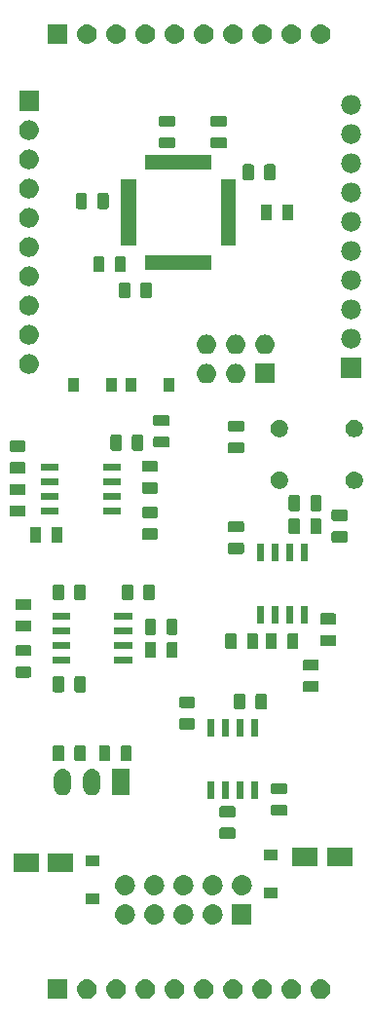
<source format=gbr>
G04 #@! TF.GenerationSoftware,KiCad,Pcbnew,5.0.2+dfsg1-1~bpo9+1*
G04 #@! TF.CreationDate,2019-04-25T13:48:24-07:00*
G04 #@! TF.ProjectId,HW,48572e6b-6963-4616-945f-706362585858,rev?*
G04 #@! TF.SameCoordinates,Original*
G04 #@! TF.FileFunction,Soldermask,Top*
G04 #@! TF.FilePolarity,Negative*
%FSLAX46Y46*%
G04 Gerber Fmt 4.6, Leading zero omitted, Abs format (unit mm)*
G04 Created by KiCad (PCBNEW 5.0.2+dfsg1-1~bpo9+1) date Thu 25 Apr 2019 01:48:24 PM PDT*
%MOMM*%
%LPD*%
G01*
G04 APERTURE LIST*
%ADD10C,0.100000*%
G04 APERTURE END LIST*
D10*
G36*
X138026630Y-145662299D02*
X138186855Y-145710903D01*
X138334520Y-145789831D01*
X138463949Y-145896051D01*
X138570169Y-146025480D01*
X138649097Y-146173145D01*
X138697701Y-146333370D01*
X138714112Y-146500000D01*
X138697701Y-146666630D01*
X138649097Y-146826855D01*
X138570169Y-146974520D01*
X138463949Y-147103949D01*
X138334520Y-147210169D01*
X138186855Y-147289097D01*
X138026630Y-147337701D01*
X137901752Y-147350000D01*
X137818248Y-147350000D01*
X137693370Y-147337701D01*
X137533145Y-147289097D01*
X137385480Y-147210169D01*
X137256051Y-147103949D01*
X137149831Y-146974520D01*
X137070903Y-146826855D01*
X137022299Y-146666630D01*
X137005888Y-146500000D01*
X137022299Y-146333370D01*
X137070903Y-146173145D01*
X137149831Y-146025480D01*
X137256051Y-145896051D01*
X137385480Y-145789831D01*
X137533145Y-145710903D01*
X137693370Y-145662299D01*
X137818248Y-145650000D01*
X137901752Y-145650000D01*
X138026630Y-145662299D01*
X138026630Y-145662299D01*
G37*
G36*
X135486630Y-145662299D02*
X135646855Y-145710903D01*
X135794520Y-145789831D01*
X135923949Y-145896051D01*
X136030169Y-146025480D01*
X136109097Y-146173145D01*
X136157701Y-146333370D01*
X136174112Y-146500000D01*
X136157701Y-146666630D01*
X136109097Y-146826855D01*
X136030169Y-146974520D01*
X135923949Y-147103949D01*
X135794520Y-147210169D01*
X135646855Y-147289097D01*
X135486630Y-147337701D01*
X135361752Y-147350000D01*
X135278248Y-147350000D01*
X135153370Y-147337701D01*
X134993145Y-147289097D01*
X134845480Y-147210169D01*
X134716051Y-147103949D01*
X134609831Y-146974520D01*
X134530903Y-146826855D01*
X134482299Y-146666630D01*
X134465888Y-146500000D01*
X134482299Y-146333370D01*
X134530903Y-146173145D01*
X134609831Y-146025480D01*
X134716051Y-145896051D01*
X134845480Y-145789831D01*
X134993145Y-145710903D01*
X135153370Y-145662299D01*
X135278248Y-145650000D01*
X135361752Y-145650000D01*
X135486630Y-145662299D01*
X135486630Y-145662299D01*
G37*
G36*
X115850000Y-147350000D02*
X114150000Y-147350000D01*
X114150000Y-145650000D01*
X115850000Y-145650000D01*
X115850000Y-147350000D01*
X115850000Y-147350000D01*
G37*
G36*
X117706630Y-145662299D02*
X117866855Y-145710903D01*
X118014520Y-145789831D01*
X118143949Y-145896051D01*
X118250169Y-146025480D01*
X118329097Y-146173145D01*
X118377701Y-146333370D01*
X118394112Y-146500000D01*
X118377701Y-146666630D01*
X118329097Y-146826855D01*
X118250169Y-146974520D01*
X118143949Y-147103949D01*
X118014520Y-147210169D01*
X117866855Y-147289097D01*
X117706630Y-147337701D01*
X117581752Y-147350000D01*
X117498248Y-147350000D01*
X117373370Y-147337701D01*
X117213145Y-147289097D01*
X117065480Y-147210169D01*
X116936051Y-147103949D01*
X116829831Y-146974520D01*
X116750903Y-146826855D01*
X116702299Y-146666630D01*
X116685888Y-146500000D01*
X116702299Y-146333370D01*
X116750903Y-146173145D01*
X116829831Y-146025480D01*
X116936051Y-145896051D01*
X117065480Y-145789831D01*
X117213145Y-145710903D01*
X117373370Y-145662299D01*
X117498248Y-145650000D01*
X117581752Y-145650000D01*
X117706630Y-145662299D01*
X117706630Y-145662299D01*
G37*
G36*
X120246630Y-145662299D02*
X120406855Y-145710903D01*
X120554520Y-145789831D01*
X120683949Y-145896051D01*
X120790169Y-146025480D01*
X120869097Y-146173145D01*
X120917701Y-146333370D01*
X120934112Y-146500000D01*
X120917701Y-146666630D01*
X120869097Y-146826855D01*
X120790169Y-146974520D01*
X120683949Y-147103949D01*
X120554520Y-147210169D01*
X120406855Y-147289097D01*
X120246630Y-147337701D01*
X120121752Y-147350000D01*
X120038248Y-147350000D01*
X119913370Y-147337701D01*
X119753145Y-147289097D01*
X119605480Y-147210169D01*
X119476051Y-147103949D01*
X119369831Y-146974520D01*
X119290903Y-146826855D01*
X119242299Y-146666630D01*
X119225888Y-146500000D01*
X119242299Y-146333370D01*
X119290903Y-146173145D01*
X119369831Y-146025480D01*
X119476051Y-145896051D01*
X119605480Y-145789831D01*
X119753145Y-145710903D01*
X119913370Y-145662299D01*
X120038248Y-145650000D01*
X120121752Y-145650000D01*
X120246630Y-145662299D01*
X120246630Y-145662299D01*
G37*
G36*
X122786630Y-145662299D02*
X122946855Y-145710903D01*
X123094520Y-145789831D01*
X123223949Y-145896051D01*
X123330169Y-146025480D01*
X123409097Y-146173145D01*
X123457701Y-146333370D01*
X123474112Y-146500000D01*
X123457701Y-146666630D01*
X123409097Y-146826855D01*
X123330169Y-146974520D01*
X123223949Y-147103949D01*
X123094520Y-147210169D01*
X122946855Y-147289097D01*
X122786630Y-147337701D01*
X122661752Y-147350000D01*
X122578248Y-147350000D01*
X122453370Y-147337701D01*
X122293145Y-147289097D01*
X122145480Y-147210169D01*
X122016051Y-147103949D01*
X121909831Y-146974520D01*
X121830903Y-146826855D01*
X121782299Y-146666630D01*
X121765888Y-146500000D01*
X121782299Y-146333370D01*
X121830903Y-146173145D01*
X121909831Y-146025480D01*
X122016051Y-145896051D01*
X122145480Y-145789831D01*
X122293145Y-145710903D01*
X122453370Y-145662299D01*
X122578248Y-145650000D01*
X122661752Y-145650000D01*
X122786630Y-145662299D01*
X122786630Y-145662299D01*
G37*
G36*
X127866630Y-145662299D02*
X128026855Y-145710903D01*
X128174520Y-145789831D01*
X128303949Y-145896051D01*
X128410169Y-146025480D01*
X128489097Y-146173145D01*
X128537701Y-146333370D01*
X128554112Y-146500000D01*
X128537701Y-146666630D01*
X128489097Y-146826855D01*
X128410169Y-146974520D01*
X128303949Y-147103949D01*
X128174520Y-147210169D01*
X128026855Y-147289097D01*
X127866630Y-147337701D01*
X127741752Y-147350000D01*
X127658248Y-147350000D01*
X127533370Y-147337701D01*
X127373145Y-147289097D01*
X127225480Y-147210169D01*
X127096051Y-147103949D01*
X126989831Y-146974520D01*
X126910903Y-146826855D01*
X126862299Y-146666630D01*
X126845888Y-146500000D01*
X126862299Y-146333370D01*
X126910903Y-146173145D01*
X126989831Y-146025480D01*
X127096051Y-145896051D01*
X127225480Y-145789831D01*
X127373145Y-145710903D01*
X127533370Y-145662299D01*
X127658248Y-145650000D01*
X127741752Y-145650000D01*
X127866630Y-145662299D01*
X127866630Y-145662299D01*
G37*
G36*
X125326630Y-145662299D02*
X125486855Y-145710903D01*
X125634520Y-145789831D01*
X125763949Y-145896051D01*
X125870169Y-146025480D01*
X125949097Y-146173145D01*
X125997701Y-146333370D01*
X126014112Y-146500000D01*
X125997701Y-146666630D01*
X125949097Y-146826855D01*
X125870169Y-146974520D01*
X125763949Y-147103949D01*
X125634520Y-147210169D01*
X125486855Y-147289097D01*
X125326630Y-147337701D01*
X125201752Y-147350000D01*
X125118248Y-147350000D01*
X124993370Y-147337701D01*
X124833145Y-147289097D01*
X124685480Y-147210169D01*
X124556051Y-147103949D01*
X124449831Y-146974520D01*
X124370903Y-146826855D01*
X124322299Y-146666630D01*
X124305888Y-146500000D01*
X124322299Y-146333370D01*
X124370903Y-146173145D01*
X124449831Y-146025480D01*
X124556051Y-145896051D01*
X124685480Y-145789831D01*
X124833145Y-145710903D01*
X124993370Y-145662299D01*
X125118248Y-145650000D01*
X125201752Y-145650000D01*
X125326630Y-145662299D01*
X125326630Y-145662299D01*
G37*
G36*
X132946630Y-145662299D02*
X133106855Y-145710903D01*
X133254520Y-145789831D01*
X133383949Y-145896051D01*
X133490169Y-146025480D01*
X133569097Y-146173145D01*
X133617701Y-146333370D01*
X133634112Y-146500000D01*
X133617701Y-146666630D01*
X133569097Y-146826855D01*
X133490169Y-146974520D01*
X133383949Y-147103949D01*
X133254520Y-147210169D01*
X133106855Y-147289097D01*
X132946630Y-147337701D01*
X132821752Y-147350000D01*
X132738248Y-147350000D01*
X132613370Y-147337701D01*
X132453145Y-147289097D01*
X132305480Y-147210169D01*
X132176051Y-147103949D01*
X132069831Y-146974520D01*
X131990903Y-146826855D01*
X131942299Y-146666630D01*
X131925888Y-146500000D01*
X131942299Y-146333370D01*
X131990903Y-146173145D01*
X132069831Y-146025480D01*
X132176051Y-145896051D01*
X132305480Y-145789831D01*
X132453145Y-145710903D01*
X132613370Y-145662299D01*
X132738248Y-145650000D01*
X132821752Y-145650000D01*
X132946630Y-145662299D01*
X132946630Y-145662299D01*
G37*
G36*
X130406630Y-145662299D02*
X130566855Y-145710903D01*
X130714520Y-145789831D01*
X130843949Y-145896051D01*
X130950169Y-146025480D01*
X131029097Y-146173145D01*
X131077701Y-146333370D01*
X131094112Y-146500000D01*
X131077701Y-146666630D01*
X131029097Y-146826855D01*
X130950169Y-146974520D01*
X130843949Y-147103949D01*
X130714520Y-147210169D01*
X130566855Y-147289097D01*
X130406630Y-147337701D01*
X130281752Y-147350000D01*
X130198248Y-147350000D01*
X130073370Y-147337701D01*
X129913145Y-147289097D01*
X129765480Y-147210169D01*
X129636051Y-147103949D01*
X129529831Y-146974520D01*
X129450903Y-146826855D01*
X129402299Y-146666630D01*
X129385888Y-146500000D01*
X129402299Y-146333370D01*
X129450903Y-146173145D01*
X129529831Y-146025480D01*
X129636051Y-145896051D01*
X129765480Y-145789831D01*
X129913145Y-145710903D01*
X130073370Y-145662299D01*
X130198248Y-145650000D01*
X130281752Y-145650000D01*
X130406630Y-145662299D01*
X130406630Y-145662299D01*
G37*
G36*
X123464712Y-139140565D02*
X123549295Y-139148896D01*
X123669727Y-139185429D01*
X123712088Y-139198279D01*
X123862112Y-139278468D01*
X123993612Y-139386388D01*
X124101532Y-139517888D01*
X124181721Y-139667912D01*
X124181722Y-139667916D01*
X124231104Y-139830705D01*
X124247778Y-140000000D01*
X124231104Y-140169295D01*
X124194571Y-140289727D01*
X124181721Y-140332088D01*
X124101532Y-140482112D01*
X123993612Y-140613612D01*
X123862112Y-140721532D01*
X123712088Y-140801721D01*
X123669727Y-140814571D01*
X123549295Y-140851104D01*
X123464712Y-140859435D01*
X123422421Y-140863600D01*
X123337579Y-140863600D01*
X123295288Y-140859435D01*
X123210705Y-140851104D01*
X123090273Y-140814571D01*
X123047912Y-140801721D01*
X122897888Y-140721532D01*
X122766388Y-140613612D01*
X122658468Y-140482112D01*
X122578279Y-140332088D01*
X122565429Y-140289727D01*
X122528896Y-140169295D01*
X122512222Y-140000000D01*
X122528896Y-139830705D01*
X122578278Y-139667916D01*
X122578279Y-139667912D01*
X122658468Y-139517888D01*
X122766388Y-139386388D01*
X122897888Y-139278468D01*
X123047912Y-139198279D01*
X123090273Y-139185429D01*
X123210705Y-139148896D01*
X123295288Y-139140565D01*
X123337579Y-139136400D01*
X123422421Y-139136400D01*
X123464712Y-139140565D01*
X123464712Y-139140565D01*
G37*
G36*
X131863600Y-140863600D02*
X130136400Y-140863600D01*
X130136400Y-139136400D01*
X131863600Y-139136400D01*
X131863600Y-140863600D01*
X131863600Y-140863600D01*
G37*
G36*
X120924712Y-139140565D02*
X121009295Y-139148896D01*
X121129727Y-139185429D01*
X121172088Y-139198279D01*
X121322112Y-139278468D01*
X121453612Y-139386388D01*
X121561532Y-139517888D01*
X121641721Y-139667912D01*
X121641722Y-139667916D01*
X121691104Y-139830705D01*
X121707778Y-140000000D01*
X121691104Y-140169295D01*
X121654571Y-140289727D01*
X121641721Y-140332088D01*
X121561532Y-140482112D01*
X121453612Y-140613612D01*
X121322112Y-140721532D01*
X121172088Y-140801721D01*
X121129727Y-140814571D01*
X121009295Y-140851104D01*
X120924712Y-140859435D01*
X120882421Y-140863600D01*
X120797579Y-140863600D01*
X120755288Y-140859435D01*
X120670705Y-140851104D01*
X120550273Y-140814571D01*
X120507912Y-140801721D01*
X120357888Y-140721532D01*
X120226388Y-140613612D01*
X120118468Y-140482112D01*
X120038279Y-140332088D01*
X120025429Y-140289727D01*
X119988896Y-140169295D01*
X119972222Y-140000000D01*
X119988896Y-139830705D01*
X120038278Y-139667916D01*
X120038279Y-139667912D01*
X120118468Y-139517888D01*
X120226388Y-139386388D01*
X120357888Y-139278468D01*
X120507912Y-139198279D01*
X120550273Y-139185429D01*
X120670705Y-139148896D01*
X120755288Y-139140565D01*
X120797579Y-139136400D01*
X120882421Y-139136400D01*
X120924712Y-139140565D01*
X120924712Y-139140565D01*
G37*
G36*
X126004712Y-139140565D02*
X126089295Y-139148896D01*
X126209727Y-139185429D01*
X126252088Y-139198279D01*
X126402112Y-139278468D01*
X126533612Y-139386388D01*
X126641532Y-139517888D01*
X126721721Y-139667912D01*
X126721722Y-139667916D01*
X126771104Y-139830705D01*
X126787778Y-140000000D01*
X126771104Y-140169295D01*
X126734571Y-140289727D01*
X126721721Y-140332088D01*
X126641532Y-140482112D01*
X126533612Y-140613612D01*
X126402112Y-140721532D01*
X126252088Y-140801721D01*
X126209727Y-140814571D01*
X126089295Y-140851104D01*
X126004712Y-140859435D01*
X125962421Y-140863600D01*
X125877579Y-140863600D01*
X125835288Y-140859435D01*
X125750705Y-140851104D01*
X125630273Y-140814571D01*
X125587912Y-140801721D01*
X125437888Y-140721532D01*
X125306388Y-140613612D01*
X125198468Y-140482112D01*
X125118279Y-140332088D01*
X125105429Y-140289727D01*
X125068896Y-140169295D01*
X125052222Y-140000000D01*
X125068896Y-139830705D01*
X125118278Y-139667916D01*
X125118279Y-139667912D01*
X125198468Y-139517888D01*
X125306388Y-139386388D01*
X125437888Y-139278468D01*
X125587912Y-139198279D01*
X125630273Y-139185429D01*
X125750705Y-139148896D01*
X125835288Y-139140565D01*
X125877579Y-139136400D01*
X125962421Y-139136400D01*
X126004712Y-139140565D01*
X126004712Y-139140565D01*
G37*
G36*
X128544712Y-139140565D02*
X128629295Y-139148896D01*
X128749727Y-139185429D01*
X128792088Y-139198279D01*
X128942112Y-139278468D01*
X129073612Y-139386388D01*
X129181532Y-139517888D01*
X129261721Y-139667912D01*
X129261722Y-139667916D01*
X129311104Y-139830705D01*
X129327778Y-140000000D01*
X129311104Y-140169295D01*
X129274571Y-140289727D01*
X129261721Y-140332088D01*
X129181532Y-140482112D01*
X129073612Y-140613612D01*
X128942112Y-140721532D01*
X128792088Y-140801721D01*
X128749727Y-140814571D01*
X128629295Y-140851104D01*
X128544712Y-140859435D01*
X128502421Y-140863600D01*
X128417579Y-140863600D01*
X128375288Y-140859435D01*
X128290705Y-140851104D01*
X128170273Y-140814571D01*
X128127912Y-140801721D01*
X127977888Y-140721532D01*
X127846388Y-140613612D01*
X127738468Y-140482112D01*
X127658279Y-140332088D01*
X127645429Y-140289727D01*
X127608896Y-140169295D01*
X127592222Y-140000000D01*
X127608896Y-139830705D01*
X127658278Y-139667916D01*
X127658279Y-139667912D01*
X127738468Y-139517888D01*
X127846388Y-139386388D01*
X127977888Y-139278468D01*
X128127912Y-139198279D01*
X128170273Y-139185429D01*
X128290705Y-139148896D01*
X128375288Y-139140565D01*
X128417579Y-139136400D01*
X128502421Y-139136400D01*
X128544712Y-139140565D01*
X128544712Y-139140565D01*
G37*
G36*
X118600000Y-139100000D02*
X117400000Y-139100000D01*
X117400000Y-138200000D01*
X118600000Y-138200000D01*
X118600000Y-139100000D01*
X118600000Y-139100000D01*
G37*
G36*
X134100000Y-138600000D02*
X132900000Y-138600000D01*
X132900000Y-137700000D01*
X134100000Y-137700000D01*
X134100000Y-138600000D01*
X134100000Y-138600000D01*
G37*
G36*
X123464712Y-136600565D02*
X123549295Y-136608896D01*
X123669727Y-136645429D01*
X123712088Y-136658279D01*
X123862112Y-136738468D01*
X123993612Y-136846388D01*
X124101532Y-136977888D01*
X124181721Y-137127912D01*
X124181722Y-137127916D01*
X124231104Y-137290705D01*
X124247778Y-137460000D01*
X124231104Y-137629295D01*
X124194571Y-137749727D01*
X124181721Y-137792088D01*
X124101532Y-137942112D01*
X123993612Y-138073612D01*
X123862112Y-138181532D01*
X123712088Y-138261721D01*
X123669727Y-138274571D01*
X123549295Y-138311104D01*
X123464712Y-138319435D01*
X123422421Y-138323600D01*
X123337579Y-138323600D01*
X123295288Y-138319435D01*
X123210705Y-138311104D01*
X123090273Y-138274571D01*
X123047912Y-138261721D01*
X122897888Y-138181532D01*
X122766388Y-138073612D01*
X122658468Y-137942112D01*
X122578279Y-137792088D01*
X122565429Y-137749727D01*
X122528896Y-137629295D01*
X122512222Y-137460000D01*
X122528896Y-137290705D01*
X122578278Y-137127916D01*
X122578279Y-137127912D01*
X122658468Y-136977888D01*
X122766388Y-136846388D01*
X122897888Y-136738468D01*
X123047912Y-136658279D01*
X123090273Y-136645429D01*
X123210705Y-136608896D01*
X123295288Y-136600565D01*
X123337579Y-136596400D01*
X123422421Y-136596400D01*
X123464712Y-136600565D01*
X123464712Y-136600565D01*
G37*
G36*
X126004712Y-136600565D02*
X126089295Y-136608896D01*
X126209727Y-136645429D01*
X126252088Y-136658279D01*
X126402112Y-136738468D01*
X126533612Y-136846388D01*
X126641532Y-136977888D01*
X126721721Y-137127912D01*
X126721722Y-137127916D01*
X126771104Y-137290705D01*
X126787778Y-137460000D01*
X126771104Y-137629295D01*
X126734571Y-137749727D01*
X126721721Y-137792088D01*
X126641532Y-137942112D01*
X126533612Y-138073612D01*
X126402112Y-138181532D01*
X126252088Y-138261721D01*
X126209727Y-138274571D01*
X126089295Y-138311104D01*
X126004712Y-138319435D01*
X125962421Y-138323600D01*
X125877579Y-138323600D01*
X125835288Y-138319435D01*
X125750705Y-138311104D01*
X125630273Y-138274571D01*
X125587912Y-138261721D01*
X125437888Y-138181532D01*
X125306388Y-138073612D01*
X125198468Y-137942112D01*
X125118279Y-137792088D01*
X125105429Y-137749727D01*
X125068896Y-137629295D01*
X125052222Y-137460000D01*
X125068896Y-137290705D01*
X125118278Y-137127916D01*
X125118279Y-137127912D01*
X125198468Y-136977888D01*
X125306388Y-136846388D01*
X125437888Y-136738468D01*
X125587912Y-136658279D01*
X125630273Y-136645429D01*
X125750705Y-136608896D01*
X125835288Y-136600565D01*
X125877579Y-136596400D01*
X125962421Y-136596400D01*
X126004712Y-136600565D01*
X126004712Y-136600565D01*
G37*
G36*
X128544712Y-136600565D02*
X128629295Y-136608896D01*
X128749727Y-136645429D01*
X128792088Y-136658279D01*
X128942112Y-136738468D01*
X129073612Y-136846388D01*
X129181532Y-136977888D01*
X129261721Y-137127912D01*
X129261722Y-137127916D01*
X129311104Y-137290705D01*
X129327778Y-137460000D01*
X129311104Y-137629295D01*
X129274571Y-137749727D01*
X129261721Y-137792088D01*
X129181532Y-137942112D01*
X129073612Y-138073612D01*
X128942112Y-138181532D01*
X128792088Y-138261721D01*
X128749727Y-138274571D01*
X128629295Y-138311104D01*
X128544712Y-138319435D01*
X128502421Y-138323600D01*
X128417579Y-138323600D01*
X128375288Y-138319435D01*
X128290705Y-138311104D01*
X128170273Y-138274571D01*
X128127912Y-138261721D01*
X127977888Y-138181532D01*
X127846388Y-138073612D01*
X127738468Y-137942112D01*
X127658279Y-137792088D01*
X127645429Y-137749727D01*
X127608896Y-137629295D01*
X127592222Y-137460000D01*
X127608896Y-137290705D01*
X127658278Y-137127916D01*
X127658279Y-137127912D01*
X127738468Y-136977888D01*
X127846388Y-136846388D01*
X127977888Y-136738468D01*
X128127912Y-136658279D01*
X128170273Y-136645429D01*
X128290705Y-136608896D01*
X128375288Y-136600565D01*
X128417579Y-136596400D01*
X128502421Y-136596400D01*
X128544712Y-136600565D01*
X128544712Y-136600565D01*
G37*
G36*
X131084712Y-136600565D02*
X131169295Y-136608896D01*
X131289727Y-136645429D01*
X131332088Y-136658279D01*
X131482112Y-136738468D01*
X131613612Y-136846388D01*
X131721532Y-136977888D01*
X131801721Y-137127912D01*
X131801722Y-137127916D01*
X131851104Y-137290705D01*
X131867778Y-137460000D01*
X131851104Y-137629295D01*
X131814571Y-137749727D01*
X131801721Y-137792088D01*
X131721532Y-137942112D01*
X131613612Y-138073612D01*
X131482112Y-138181532D01*
X131332088Y-138261721D01*
X131289727Y-138274571D01*
X131169295Y-138311104D01*
X131084712Y-138319435D01*
X131042421Y-138323600D01*
X130957579Y-138323600D01*
X130915288Y-138319435D01*
X130830705Y-138311104D01*
X130710273Y-138274571D01*
X130667912Y-138261721D01*
X130517888Y-138181532D01*
X130386388Y-138073612D01*
X130278468Y-137942112D01*
X130198279Y-137792088D01*
X130185429Y-137749727D01*
X130148896Y-137629295D01*
X130132222Y-137460000D01*
X130148896Y-137290705D01*
X130198278Y-137127916D01*
X130198279Y-137127912D01*
X130278468Y-136977888D01*
X130386388Y-136846388D01*
X130517888Y-136738468D01*
X130667912Y-136658279D01*
X130710273Y-136645429D01*
X130830705Y-136608896D01*
X130915288Y-136600565D01*
X130957579Y-136596400D01*
X131042421Y-136596400D01*
X131084712Y-136600565D01*
X131084712Y-136600565D01*
G37*
G36*
X120924712Y-136600565D02*
X121009295Y-136608896D01*
X121129727Y-136645429D01*
X121172088Y-136658279D01*
X121322112Y-136738468D01*
X121453612Y-136846388D01*
X121561532Y-136977888D01*
X121641721Y-137127912D01*
X121641722Y-137127916D01*
X121691104Y-137290705D01*
X121707778Y-137460000D01*
X121691104Y-137629295D01*
X121654571Y-137749727D01*
X121641721Y-137792088D01*
X121561532Y-137942112D01*
X121453612Y-138073612D01*
X121322112Y-138181532D01*
X121172088Y-138261721D01*
X121129727Y-138274571D01*
X121009295Y-138311104D01*
X120924712Y-138319435D01*
X120882421Y-138323600D01*
X120797579Y-138323600D01*
X120755288Y-138319435D01*
X120670705Y-138311104D01*
X120550273Y-138274571D01*
X120507912Y-138261721D01*
X120357888Y-138181532D01*
X120226388Y-138073612D01*
X120118468Y-137942112D01*
X120038279Y-137792088D01*
X120025429Y-137749727D01*
X119988896Y-137629295D01*
X119972222Y-137460000D01*
X119988896Y-137290705D01*
X120038278Y-137127916D01*
X120038279Y-137127912D01*
X120118468Y-136977888D01*
X120226388Y-136846388D01*
X120357888Y-136738468D01*
X120507912Y-136658279D01*
X120550273Y-136645429D01*
X120670705Y-136608896D01*
X120755288Y-136600565D01*
X120797579Y-136596400D01*
X120882421Y-136596400D01*
X120924712Y-136600565D01*
X120924712Y-136600565D01*
G37*
G36*
X113350000Y-136300000D02*
X111150000Y-136300000D01*
X111150000Y-134700000D01*
X113350000Y-134700000D01*
X113350000Y-136300000D01*
X113350000Y-136300000D01*
G37*
G36*
X116350000Y-136300000D02*
X114150000Y-136300000D01*
X114150000Y-134700000D01*
X116350000Y-134700000D01*
X116350000Y-136300000D01*
X116350000Y-136300000D01*
G37*
G36*
X140600000Y-135800000D02*
X138400000Y-135800000D01*
X138400000Y-134200000D01*
X140600000Y-134200000D01*
X140600000Y-135800000D01*
X140600000Y-135800000D01*
G37*
G36*
X137600000Y-135800000D02*
X135400000Y-135800000D01*
X135400000Y-134200000D01*
X137600000Y-134200000D01*
X137600000Y-135800000D01*
X137600000Y-135800000D01*
G37*
G36*
X118600000Y-135800000D02*
X117400000Y-135800000D01*
X117400000Y-134900000D01*
X118600000Y-134900000D01*
X118600000Y-135800000D01*
X118600000Y-135800000D01*
G37*
G36*
X134100000Y-135300000D02*
X132900000Y-135300000D01*
X132900000Y-134400000D01*
X134100000Y-134400000D01*
X134100000Y-135300000D01*
X134100000Y-135300000D01*
G37*
G36*
X130303992Y-132454076D02*
X130337883Y-132464357D01*
X130369111Y-132481048D01*
X130396485Y-132503515D01*
X130418952Y-132530889D01*
X130435643Y-132562117D01*
X130445924Y-132596008D01*
X130450000Y-132637391D01*
X130450000Y-133237609D01*
X130445924Y-133278992D01*
X130435643Y-133312883D01*
X130418952Y-133344111D01*
X130396485Y-133371485D01*
X130369111Y-133393952D01*
X130337883Y-133410643D01*
X130303992Y-133420924D01*
X130262609Y-133425000D01*
X129237391Y-133425000D01*
X129196008Y-133420924D01*
X129162117Y-133410643D01*
X129130889Y-133393952D01*
X129103515Y-133371485D01*
X129081048Y-133344111D01*
X129064357Y-133312883D01*
X129054076Y-133278992D01*
X129050000Y-133237609D01*
X129050000Y-132637391D01*
X129054076Y-132596008D01*
X129064357Y-132562117D01*
X129081048Y-132530889D01*
X129103515Y-132503515D01*
X129130889Y-132481048D01*
X129162117Y-132464357D01*
X129196008Y-132454076D01*
X129237391Y-132450000D01*
X130262609Y-132450000D01*
X130303992Y-132454076D01*
X130303992Y-132454076D01*
G37*
G36*
X130303992Y-130579076D02*
X130337883Y-130589357D01*
X130369111Y-130606048D01*
X130396485Y-130628515D01*
X130418952Y-130655889D01*
X130435643Y-130687117D01*
X130445924Y-130721008D01*
X130450000Y-130762391D01*
X130450000Y-131362609D01*
X130445924Y-131403992D01*
X130435643Y-131437883D01*
X130418952Y-131469111D01*
X130396485Y-131496485D01*
X130369111Y-131518952D01*
X130337883Y-131535643D01*
X130303992Y-131545924D01*
X130262609Y-131550000D01*
X129237391Y-131550000D01*
X129196008Y-131545924D01*
X129162117Y-131535643D01*
X129130889Y-131518952D01*
X129103515Y-131496485D01*
X129081048Y-131469111D01*
X129064357Y-131437883D01*
X129054076Y-131403992D01*
X129050000Y-131362609D01*
X129050000Y-130762391D01*
X129054076Y-130721008D01*
X129064357Y-130687117D01*
X129081048Y-130655889D01*
X129103515Y-130628515D01*
X129130889Y-130606048D01*
X129162117Y-130589357D01*
X129196008Y-130579076D01*
X129237391Y-130575000D01*
X130262609Y-130575000D01*
X130303992Y-130579076D01*
X130303992Y-130579076D01*
G37*
G36*
X134803992Y-130454076D02*
X134837883Y-130464357D01*
X134869111Y-130481048D01*
X134896485Y-130503515D01*
X134918952Y-130530889D01*
X134935643Y-130562117D01*
X134945924Y-130596008D01*
X134950000Y-130637391D01*
X134950000Y-131237609D01*
X134945924Y-131278992D01*
X134935643Y-131312883D01*
X134918952Y-131344111D01*
X134896485Y-131371485D01*
X134869111Y-131393952D01*
X134837883Y-131410643D01*
X134803992Y-131420924D01*
X134762609Y-131425000D01*
X133737391Y-131425000D01*
X133696008Y-131420924D01*
X133662117Y-131410643D01*
X133630889Y-131393952D01*
X133603515Y-131371485D01*
X133581048Y-131344111D01*
X133564357Y-131312883D01*
X133554076Y-131278992D01*
X133550000Y-131237609D01*
X133550000Y-130637391D01*
X133554076Y-130596008D01*
X133564357Y-130562117D01*
X133581048Y-130530889D01*
X133603515Y-130503515D01*
X133630889Y-130481048D01*
X133662117Y-130464357D01*
X133696008Y-130454076D01*
X133737391Y-130450000D01*
X134762609Y-130450000D01*
X134803992Y-130454076D01*
X134803992Y-130454076D01*
G37*
G36*
X128645000Y-129975000D02*
X128045000Y-129975000D01*
X128045000Y-128425000D01*
X128645000Y-128425000D01*
X128645000Y-129975000D01*
X128645000Y-129975000D01*
G37*
G36*
X132455000Y-129975000D02*
X131855000Y-129975000D01*
X131855000Y-128425000D01*
X132455000Y-128425000D01*
X132455000Y-129975000D01*
X132455000Y-129975000D01*
G37*
G36*
X131185000Y-129975000D02*
X130585000Y-129975000D01*
X130585000Y-128425000D01*
X131185000Y-128425000D01*
X131185000Y-129975000D01*
X131185000Y-129975000D01*
G37*
G36*
X129915000Y-129975000D02*
X129315000Y-129975000D01*
X129315000Y-128425000D01*
X129915000Y-128425000D01*
X129915000Y-129975000D01*
X129915000Y-129975000D01*
G37*
G36*
X115567027Y-127360852D02*
X115708401Y-127403738D01*
X115838694Y-127473380D01*
X115952896Y-127567104D01*
X116046620Y-127681306D01*
X116116262Y-127811599D01*
X116159148Y-127952973D01*
X116170000Y-128063161D01*
X116170000Y-128936839D01*
X116159148Y-129047027D01*
X116116262Y-129188401D01*
X116046620Y-129318694D01*
X115952899Y-129432893D01*
X115838690Y-129526622D01*
X115708400Y-129596262D01*
X115567026Y-129639148D01*
X115420000Y-129653628D01*
X115272973Y-129639148D01*
X115131599Y-129596262D01*
X115001306Y-129526620D01*
X114887107Y-129432899D01*
X114793378Y-129318690D01*
X114723738Y-129188400D01*
X114680852Y-129047026D01*
X114670000Y-128936838D01*
X114670000Y-128063162D01*
X114680853Y-127952973D01*
X114723739Y-127811599D01*
X114793381Y-127681306D01*
X114887105Y-127567104D01*
X115001307Y-127473380D01*
X115131600Y-127403738D01*
X115272974Y-127360852D01*
X115420000Y-127346372D01*
X115567027Y-127360852D01*
X115567027Y-127360852D01*
G37*
G36*
X118107027Y-127360852D02*
X118248401Y-127403738D01*
X118378694Y-127473380D01*
X118492896Y-127567104D01*
X118586620Y-127681306D01*
X118656262Y-127811599D01*
X118699148Y-127952973D01*
X118710000Y-128063161D01*
X118710000Y-128936839D01*
X118699148Y-129047027D01*
X118656262Y-129188401D01*
X118586620Y-129318694D01*
X118492899Y-129432893D01*
X118378690Y-129526622D01*
X118248400Y-129596262D01*
X118107026Y-129639148D01*
X117960000Y-129653628D01*
X117812973Y-129639148D01*
X117671599Y-129596262D01*
X117541306Y-129526620D01*
X117427107Y-129432899D01*
X117333378Y-129318690D01*
X117263738Y-129188400D01*
X117220852Y-129047026D01*
X117210000Y-128936838D01*
X117210000Y-128063162D01*
X117220853Y-127952973D01*
X117263739Y-127811599D01*
X117333381Y-127681306D01*
X117427105Y-127567104D01*
X117541307Y-127473380D01*
X117671600Y-127403738D01*
X117812974Y-127360852D01*
X117960000Y-127346372D01*
X118107027Y-127360852D01*
X118107027Y-127360852D01*
G37*
G36*
X121250000Y-129650000D02*
X119750000Y-129650000D01*
X119750000Y-127350000D01*
X121250000Y-127350000D01*
X121250000Y-129650000D01*
X121250000Y-129650000D01*
G37*
G36*
X134803992Y-128579076D02*
X134837883Y-128589357D01*
X134869111Y-128606048D01*
X134896485Y-128628515D01*
X134918952Y-128655889D01*
X134935643Y-128687117D01*
X134945924Y-128721008D01*
X134950000Y-128762391D01*
X134950000Y-129362609D01*
X134945924Y-129403992D01*
X134935643Y-129437883D01*
X134918952Y-129469111D01*
X134896485Y-129496485D01*
X134869111Y-129518952D01*
X134837883Y-129535643D01*
X134803992Y-129545924D01*
X134762609Y-129550000D01*
X133737391Y-129550000D01*
X133696008Y-129545924D01*
X133662117Y-129535643D01*
X133630889Y-129518952D01*
X133603515Y-129496485D01*
X133581048Y-129469111D01*
X133564357Y-129437883D01*
X133554076Y-129403992D01*
X133550000Y-129362609D01*
X133550000Y-128762391D01*
X133554076Y-128721008D01*
X133564357Y-128687117D01*
X133581048Y-128655889D01*
X133603515Y-128628515D01*
X133630889Y-128606048D01*
X133662117Y-128589357D01*
X133696008Y-128579076D01*
X133737391Y-128575000D01*
X134762609Y-128575000D01*
X134803992Y-128579076D01*
X134803992Y-128579076D01*
G37*
G36*
X119403992Y-125304076D02*
X119437883Y-125314357D01*
X119469111Y-125331048D01*
X119496485Y-125353515D01*
X119518952Y-125380889D01*
X119535643Y-125412117D01*
X119545924Y-125446008D01*
X119550000Y-125487391D01*
X119550000Y-126512609D01*
X119545924Y-126553992D01*
X119535643Y-126587883D01*
X119518952Y-126619111D01*
X119496485Y-126646485D01*
X119469111Y-126668952D01*
X119437883Y-126685643D01*
X119403992Y-126695924D01*
X119362609Y-126700000D01*
X118762391Y-126700000D01*
X118721008Y-126695924D01*
X118687117Y-126685643D01*
X118655889Y-126668952D01*
X118628515Y-126646485D01*
X118606048Y-126619111D01*
X118589357Y-126587883D01*
X118579076Y-126553992D01*
X118575000Y-126512609D01*
X118575000Y-125487391D01*
X118579076Y-125446008D01*
X118589357Y-125412117D01*
X118606048Y-125380889D01*
X118628515Y-125353515D01*
X118655889Y-125331048D01*
X118687117Y-125314357D01*
X118721008Y-125304076D01*
X118762391Y-125300000D01*
X119362609Y-125300000D01*
X119403992Y-125304076D01*
X119403992Y-125304076D01*
G37*
G36*
X115403992Y-125304076D02*
X115437883Y-125314357D01*
X115469111Y-125331048D01*
X115496485Y-125353515D01*
X115518952Y-125380889D01*
X115535643Y-125412117D01*
X115545924Y-125446008D01*
X115550000Y-125487391D01*
X115550000Y-126512609D01*
X115545924Y-126553992D01*
X115535643Y-126587883D01*
X115518952Y-126619111D01*
X115496485Y-126646485D01*
X115469111Y-126668952D01*
X115437883Y-126685643D01*
X115403992Y-126695924D01*
X115362609Y-126700000D01*
X114762391Y-126700000D01*
X114721008Y-126695924D01*
X114687117Y-126685643D01*
X114655889Y-126668952D01*
X114628515Y-126646485D01*
X114606048Y-126619111D01*
X114589357Y-126587883D01*
X114579076Y-126553992D01*
X114575000Y-126512609D01*
X114575000Y-125487391D01*
X114579076Y-125446008D01*
X114589357Y-125412117D01*
X114606048Y-125380889D01*
X114628515Y-125353515D01*
X114655889Y-125331048D01*
X114687117Y-125314357D01*
X114721008Y-125304076D01*
X114762391Y-125300000D01*
X115362609Y-125300000D01*
X115403992Y-125304076D01*
X115403992Y-125304076D01*
G37*
G36*
X121278992Y-125304076D02*
X121312883Y-125314357D01*
X121344111Y-125331048D01*
X121371485Y-125353515D01*
X121393952Y-125380889D01*
X121410643Y-125412117D01*
X121420924Y-125446008D01*
X121425000Y-125487391D01*
X121425000Y-126512609D01*
X121420924Y-126553992D01*
X121410643Y-126587883D01*
X121393952Y-126619111D01*
X121371485Y-126646485D01*
X121344111Y-126668952D01*
X121312883Y-126685643D01*
X121278992Y-126695924D01*
X121237609Y-126700000D01*
X120637391Y-126700000D01*
X120596008Y-126695924D01*
X120562117Y-126685643D01*
X120530889Y-126668952D01*
X120503515Y-126646485D01*
X120481048Y-126619111D01*
X120464357Y-126587883D01*
X120454076Y-126553992D01*
X120450000Y-126512609D01*
X120450000Y-125487391D01*
X120454076Y-125446008D01*
X120464357Y-125412117D01*
X120481048Y-125380889D01*
X120503515Y-125353515D01*
X120530889Y-125331048D01*
X120562117Y-125314357D01*
X120596008Y-125304076D01*
X120637391Y-125300000D01*
X121237609Y-125300000D01*
X121278992Y-125304076D01*
X121278992Y-125304076D01*
G37*
G36*
X117278992Y-125304076D02*
X117312883Y-125314357D01*
X117344111Y-125331048D01*
X117371485Y-125353515D01*
X117393952Y-125380889D01*
X117410643Y-125412117D01*
X117420924Y-125446008D01*
X117425000Y-125487391D01*
X117425000Y-126512609D01*
X117420924Y-126553992D01*
X117410643Y-126587883D01*
X117393952Y-126619111D01*
X117371485Y-126646485D01*
X117344111Y-126668952D01*
X117312883Y-126685643D01*
X117278992Y-126695924D01*
X117237609Y-126700000D01*
X116637391Y-126700000D01*
X116596008Y-126695924D01*
X116562117Y-126685643D01*
X116530889Y-126668952D01*
X116503515Y-126646485D01*
X116481048Y-126619111D01*
X116464357Y-126587883D01*
X116454076Y-126553992D01*
X116450000Y-126512609D01*
X116450000Y-125487391D01*
X116454076Y-125446008D01*
X116464357Y-125412117D01*
X116481048Y-125380889D01*
X116503515Y-125353515D01*
X116530889Y-125331048D01*
X116562117Y-125314357D01*
X116596008Y-125304076D01*
X116637391Y-125300000D01*
X117237609Y-125300000D01*
X117278992Y-125304076D01*
X117278992Y-125304076D01*
G37*
G36*
X132455000Y-124575000D02*
X131855000Y-124575000D01*
X131855000Y-123025000D01*
X132455000Y-123025000D01*
X132455000Y-124575000D01*
X132455000Y-124575000D01*
G37*
G36*
X131185000Y-124575000D02*
X130585000Y-124575000D01*
X130585000Y-123025000D01*
X131185000Y-123025000D01*
X131185000Y-124575000D01*
X131185000Y-124575000D01*
G37*
G36*
X129915000Y-124575000D02*
X129315000Y-124575000D01*
X129315000Y-123025000D01*
X129915000Y-123025000D01*
X129915000Y-124575000D01*
X129915000Y-124575000D01*
G37*
G36*
X128645000Y-124575000D02*
X128045000Y-124575000D01*
X128045000Y-123025000D01*
X128645000Y-123025000D01*
X128645000Y-124575000D01*
X128645000Y-124575000D01*
G37*
G36*
X126803992Y-122954076D02*
X126837883Y-122964357D01*
X126869111Y-122981048D01*
X126896485Y-123003515D01*
X126918952Y-123030889D01*
X126935643Y-123062117D01*
X126945924Y-123096008D01*
X126950000Y-123137391D01*
X126950000Y-123737609D01*
X126945924Y-123778992D01*
X126935643Y-123812883D01*
X126918952Y-123844111D01*
X126896485Y-123871485D01*
X126869111Y-123893952D01*
X126837883Y-123910643D01*
X126803992Y-123920924D01*
X126762609Y-123925000D01*
X125737391Y-123925000D01*
X125696008Y-123920924D01*
X125662117Y-123910643D01*
X125630889Y-123893952D01*
X125603515Y-123871485D01*
X125581048Y-123844111D01*
X125564357Y-123812883D01*
X125554076Y-123778992D01*
X125550000Y-123737609D01*
X125550000Y-123137391D01*
X125554076Y-123096008D01*
X125564357Y-123062117D01*
X125581048Y-123030889D01*
X125603515Y-123003515D01*
X125630889Y-122981048D01*
X125662117Y-122964357D01*
X125696008Y-122954076D01*
X125737391Y-122950000D01*
X126762609Y-122950000D01*
X126803992Y-122954076D01*
X126803992Y-122954076D01*
G37*
G36*
X131153992Y-120804076D02*
X131187883Y-120814357D01*
X131219111Y-120831048D01*
X131246485Y-120853515D01*
X131268952Y-120880889D01*
X131285643Y-120912117D01*
X131295924Y-120946008D01*
X131300000Y-120987391D01*
X131300000Y-122012609D01*
X131295924Y-122053992D01*
X131285643Y-122087883D01*
X131268952Y-122119111D01*
X131246485Y-122146485D01*
X131219111Y-122168952D01*
X131187883Y-122185643D01*
X131153992Y-122195924D01*
X131112609Y-122200000D01*
X130512391Y-122200000D01*
X130471008Y-122195924D01*
X130437117Y-122185643D01*
X130405889Y-122168952D01*
X130378515Y-122146485D01*
X130356048Y-122119111D01*
X130339357Y-122087883D01*
X130329076Y-122053992D01*
X130325000Y-122012609D01*
X130325000Y-120987391D01*
X130329076Y-120946008D01*
X130339357Y-120912117D01*
X130356048Y-120880889D01*
X130378515Y-120853515D01*
X130405889Y-120831048D01*
X130437117Y-120814357D01*
X130471008Y-120804076D01*
X130512391Y-120800000D01*
X131112609Y-120800000D01*
X131153992Y-120804076D01*
X131153992Y-120804076D01*
G37*
G36*
X133028992Y-120804076D02*
X133062883Y-120814357D01*
X133094111Y-120831048D01*
X133121485Y-120853515D01*
X133143952Y-120880889D01*
X133160643Y-120912117D01*
X133170924Y-120946008D01*
X133175000Y-120987391D01*
X133175000Y-122012609D01*
X133170924Y-122053992D01*
X133160643Y-122087883D01*
X133143952Y-122119111D01*
X133121485Y-122146485D01*
X133094111Y-122168952D01*
X133062883Y-122185643D01*
X133028992Y-122195924D01*
X132987609Y-122200000D01*
X132387391Y-122200000D01*
X132346008Y-122195924D01*
X132312117Y-122185643D01*
X132280889Y-122168952D01*
X132253515Y-122146485D01*
X132231048Y-122119111D01*
X132214357Y-122087883D01*
X132204076Y-122053992D01*
X132200000Y-122012609D01*
X132200000Y-120987391D01*
X132204076Y-120946008D01*
X132214357Y-120912117D01*
X132231048Y-120880889D01*
X132253515Y-120853515D01*
X132280889Y-120831048D01*
X132312117Y-120814357D01*
X132346008Y-120804076D01*
X132387391Y-120800000D01*
X132987609Y-120800000D01*
X133028992Y-120804076D01*
X133028992Y-120804076D01*
G37*
G36*
X126803992Y-121079076D02*
X126837883Y-121089357D01*
X126869111Y-121106048D01*
X126896485Y-121128515D01*
X126918952Y-121155889D01*
X126935643Y-121187117D01*
X126945924Y-121221008D01*
X126950000Y-121262391D01*
X126950000Y-121862609D01*
X126945924Y-121903992D01*
X126935643Y-121937883D01*
X126918952Y-121969111D01*
X126896485Y-121996485D01*
X126869111Y-122018952D01*
X126837883Y-122035643D01*
X126803992Y-122045924D01*
X126762609Y-122050000D01*
X125737391Y-122050000D01*
X125696008Y-122045924D01*
X125662117Y-122035643D01*
X125630889Y-122018952D01*
X125603515Y-121996485D01*
X125581048Y-121969111D01*
X125564357Y-121937883D01*
X125554076Y-121903992D01*
X125550000Y-121862609D01*
X125550000Y-121262391D01*
X125554076Y-121221008D01*
X125564357Y-121187117D01*
X125581048Y-121155889D01*
X125603515Y-121128515D01*
X125630889Y-121106048D01*
X125662117Y-121089357D01*
X125696008Y-121079076D01*
X125737391Y-121075000D01*
X126762609Y-121075000D01*
X126803992Y-121079076D01*
X126803992Y-121079076D01*
G37*
G36*
X115403992Y-119304076D02*
X115437883Y-119314357D01*
X115469111Y-119331048D01*
X115496485Y-119353515D01*
X115518952Y-119380889D01*
X115535643Y-119412117D01*
X115545924Y-119446008D01*
X115550000Y-119487391D01*
X115550000Y-120512609D01*
X115545924Y-120553992D01*
X115535643Y-120587883D01*
X115518952Y-120619111D01*
X115496485Y-120646485D01*
X115469111Y-120668952D01*
X115437883Y-120685643D01*
X115403992Y-120695924D01*
X115362609Y-120700000D01*
X114762391Y-120700000D01*
X114721008Y-120695924D01*
X114687117Y-120685643D01*
X114655889Y-120668952D01*
X114628515Y-120646485D01*
X114606048Y-120619111D01*
X114589357Y-120587883D01*
X114579076Y-120553992D01*
X114575000Y-120512609D01*
X114575000Y-119487391D01*
X114579076Y-119446008D01*
X114589357Y-119412117D01*
X114606048Y-119380889D01*
X114628515Y-119353515D01*
X114655889Y-119331048D01*
X114687117Y-119314357D01*
X114721008Y-119304076D01*
X114762391Y-119300000D01*
X115362609Y-119300000D01*
X115403992Y-119304076D01*
X115403992Y-119304076D01*
G37*
G36*
X117278992Y-119304076D02*
X117312883Y-119314357D01*
X117344111Y-119331048D01*
X117371485Y-119353515D01*
X117393952Y-119380889D01*
X117410643Y-119412117D01*
X117420924Y-119446008D01*
X117425000Y-119487391D01*
X117425000Y-120512609D01*
X117420924Y-120553992D01*
X117410643Y-120587883D01*
X117393952Y-120619111D01*
X117371485Y-120646485D01*
X117344111Y-120668952D01*
X117312883Y-120685643D01*
X117278992Y-120695924D01*
X117237609Y-120700000D01*
X116637391Y-120700000D01*
X116596008Y-120695924D01*
X116562117Y-120685643D01*
X116530889Y-120668952D01*
X116503515Y-120646485D01*
X116481048Y-120619111D01*
X116464357Y-120587883D01*
X116454076Y-120553992D01*
X116450000Y-120512609D01*
X116450000Y-119487391D01*
X116454076Y-119446008D01*
X116464357Y-119412117D01*
X116481048Y-119380889D01*
X116503515Y-119353515D01*
X116530889Y-119331048D01*
X116562117Y-119314357D01*
X116596008Y-119304076D01*
X116637391Y-119300000D01*
X117237609Y-119300000D01*
X117278992Y-119304076D01*
X117278992Y-119304076D01*
G37*
G36*
X137553992Y-119704076D02*
X137587883Y-119714357D01*
X137619111Y-119731048D01*
X137646485Y-119753515D01*
X137668952Y-119780889D01*
X137685643Y-119812117D01*
X137695924Y-119846008D01*
X137700000Y-119887391D01*
X137700000Y-120487609D01*
X137695924Y-120528992D01*
X137685643Y-120562883D01*
X137668952Y-120594111D01*
X137646485Y-120621485D01*
X137619111Y-120643952D01*
X137587883Y-120660643D01*
X137553992Y-120670924D01*
X137512609Y-120675000D01*
X136487391Y-120675000D01*
X136446008Y-120670924D01*
X136412117Y-120660643D01*
X136380889Y-120643952D01*
X136353515Y-120621485D01*
X136331048Y-120594111D01*
X136314357Y-120562883D01*
X136304076Y-120528992D01*
X136300000Y-120487609D01*
X136300000Y-119887391D01*
X136304076Y-119846008D01*
X136314357Y-119812117D01*
X136331048Y-119780889D01*
X136353515Y-119753515D01*
X136380889Y-119731048D01*
X136412117Y-119714357D01*
X136446008Y-119704076D01*
X136487391Y-119700000D01*
X137512609Y-119700000D01*
X137553992Y-119704076D01*
X137553992Y-119704076D01*
G37*
G36*
X112553992Y-118454076D02*
X112587883Y-118464357D01*
X112619111Y-118481048D01*
X112646485Y-118503515D01*
X112668952Y-118530889D01*
X112685643Y-118562117D01*
X112695924Y-118596008D01*
X112700000Y-118637391D01*
X112700000Y-119237609D01*
X112695924Y-119278992D01*
X112685643Y-119312883D01*
X112668952Y-119344111D01*
X112646485Y-119371485D01*
X112619111Y-119393952D01*
X112587883Y-119410643D01*
X112553992Y-119420924D01*
X112512609Y-119425000D01*
X111487391Y-119425000D01*
X111446008Y-119420924D01*
X111412117Y-119410643D01*
X111380889Y-119393952D01*
X111353515Y-119371485D01*
X111331048Y-119344111D01*
X111314357Y-119312883D01*
X111304076Y-119278992D01*
X111300000Y-119237609D01*
X111300000Y-118637391D01*
X111304076Y-118596008D01*
X111314357Y-118562117D01*
X111331048Y-118530889D01*
X111353515Y-118503515D01*
X111380889Y-118481048D01*
X111412117Y-118464357D01*
X111446008Y-118454076D01*
X111487391Y-118450000D01*
X112512609Y-118450000D01*
X112553992Y-118454076D01*
X112553992Y-118454076D01*
G37*
G36*
X137553992Y-117829076D02*
X137587883Y-117839357D01*
X137619111Y-117856048D01*
X137646485Y-117878515D01*
X137668952Y-117905889D01*
X137685643Y-117937117D01*
X137695924Y-117971008D01*
X137700000Y-118012391D01*
X137700000Y-118612609D01*
X137695924Y-118653992D01*
X137685643Y-118687883D01*
X137668952Y-118719111D01*
X137646485Y-118746485D01*
X137619111Y-118768952D01*
X137587883Y-118785643D01*
X137553992Y-118795924D01*
X137512609Y-118800000D01*
X136487391Y-118800000D01*
X136446008Y-118795924D01*
X136412117Y-118785643D01*
X136380889Y-118768952D01*
X136353515Y-118746485D01*
X136331048Y-118719111D01*
X136314357Y-118687883D01*
X136304076Y-118653992D01*
X136300000Y-118612609D01*
X136300000Y-118012391D01*
X136304076Y-117971008D01*
X136314357Y-117937117D01*
X136331048Y-117905889D01*
X136353515Y-117878515D01*
X136380889Y-117856048D01*
X136412117Y-117839357D01*
X136446008Y-117829076D01*
X136487391Y-117825000D01*
X137512609Y-117825000D01*
X137553992Y-117829076D01*
X137553992Y-117829076D01*
G37*
G36*
X116075000Y-118205000D02*
X114525000Y-118205000D01*
X114525000Y-117605000D01*
X116075000Y-117605000D01*
X116075000Y-118205000D01*
X116075000Y-118205000D01*
G37*
G36*
X121475000Y-118205000D02*
X119925000Y-118205000D01*
X119925000Y-117605000D01*
X121475000Y-117605000D01*
X121475000Y-118205000D01*
X121475000Y-118205000D01*
G37*
G36*
X123403992Y-116304076D02*
X123437883Y-116314357D01*
X123469111Y-116331048D01*
X123496485Y-116353515D01*
X123518952Y-116380889D01*
X123535643Y-116412117D01*
X123545924Y-116446008D01*
X123550000Y-116487391D01*
X123550000Y-117512609D01*
X123545924Y-117553992D01*
X123535643Y-117587883D01*
X123518952Y-117619111D01*
X123496485Y-117646485D01*
X123469111Y-117668952D01*
X123437883Y-117685643D01*
X123403992Y-117695924D01*
X123362609Y-117700000D01*
X122762391Y-117700000D01*
X122721008Y-117695924D01*
X122687117Y-117685643D01*
X122655889Y-117668952D01*
X122628515Y-117646485D01*
X122606048Y-117619111D01*
X122589357Y-117587883D01*
X122579076Y-117553992D01*
X122575000Y-117512609D01*
X122575000Y-116487391D01*
X122579076Y-116446008D01*
X122589357Y-116412117D01*
X122606048Y-116380889D01*
X122628515Y-116353515D01*
X122655889Y-116331048D01*
X122687117Y-116314357D01*
X122721008Y-116304076D01*
X122762391Y-116300000D01*
X123362609Y-116300000D01*
X123403992Y-116304076D01*
X123403992Y-116304076D01*
G37*
G36*
X125278992Y-116304076D02*
X125312883Y-116314357D01*
X125344111Y-116331048D01*
X125371485Y-116353515D01*
X125393952Y-116380889D01*
X125410643Y-116412117D01*
X125420924Y-116446008D01*
X125425000Y-116487391D01*
X125425000Y-117512609D01*
X125420924Y-117553992D01*
X125410643Y-117587883D01*
X125393952Y-117619111D01*
X125371485Y-117646485D01*
X125344111Y-117668952D01*
X125312883Y-117685643D01*
X125278992Y-117695924D01*
X125237609Y-117700000D01*
X124637391Y-117700000D01*
X124596008Y-117695924D01*
X124562117Y-117685643D01*
X124530889Y-117668952D01*
X124503515Y-117646485D01*
X124481048Y-117619111D01*
X124464357Y-117587883D01*
X124454076Y-117553992D01*
X124450000Y-117512609D01*
X124450000Y-116487391D01*
X124454076Y-116446008D01*
X124464357Y-116412117D01*
X124481048Y-116380889D01*
X124503515Y-116353515D01*
X124530889Y-116331048D01*
X124562117Y-116314357D01*
X124596008Y-116304076D01*
X124637391Y-116300000D01*
X125237609Y-116300000D01*
X125278992Y-116304076D01*
X125278992Y-116304076D01*
G37*
G36*
X112553992Y-116579076D02*
X112587883Y-116589357D01*
X112619111Y-116606048D01*
X112646485Y-116628515D01*
X112668952Y-116655889D01*
X112685643Y-116687117D01*
X112695924Y-116721008D01*
X112700000Y-116762391D01*
X112700000Y-117362609D01*
X112695924Y-117403992D01*
X112685643Y-117437883D01*
X112668952Y-117469111D01*
X112646485Y-117496485D01*
X112619111Y-117518952D01*
X112587883Y-117535643D01*
X112553992Y-117545924D01*
X112512609Y-117550000D01*
X111487391Y-117550000D01*
X111446008Y-117545924D01*
X111412117Y-117535643D01*
X111380889Y-117518952D01*
X111353515Y-117496485D01*
X111331048Y-117469111D01*
X111314357Y-117437883D01*
X111304076Y-117403992D01*
X111300000Y-117362609D01*
X111300000Y-116762391D01*
X111304076Y-116721008D01*
X111314357Y-116687117D01*
X111331048Y-116655889D01*
X111353515Y-116628515D01*
X111380889Y-116606048D01*
X111412117Y-116589357D01*
X111446008Y-116579076D01*
X111487391Y-116575000D01*
X112512609Y-116575000D01*
X112553992Y-116579076D01*
X112553992Y-116579076D01*
G37*
G36*
X130403992Y-115554076D02*
X130437883Y-115564357D01*
X130469111Y-115581048D01*
X130496485Y-115603515D01*
X130518952Y-115630889D01*
X130535643Y-115662117D01*
X130545924Y-115696008D01*
X130550000Y-115737391D01*
X130550000Y-116762609D01*
X130545924Y-116803992D01*
X130535643Y-116837883D01*
X130518952Y-116869111D01*
X130496485Y-116896485D01*
X130469111Y-116918952D01*
X130437883Y-116935643D01*
X130403992Y-116945924D01*
X130362609Y-116950000D01*
X129762391Y-116950000D01*
X129721008Y-116945924D01*
X129687117Y-116935643D01*
X129655889Y-116918952D01*
X129628515Y-116896485D01*
X129606048Y-116869111D01*
X129589357Y-116837883D01*
X129579076Y-116803992D01*
X129575000Y-116762609D01*
X129575000Y-115737391D01*
X129579076Y-115696008D01*
X129589357Y-115662117D01*
X129606048Y-115630889D01*
X129628515Y-115603515D01*
X129655889Y-115581048D01*
X129687117Y-115564357D01*
X129721008Y-115554076D01*
X129762391Y-115550000D01*
X130362609Y-115550000D01*
X130403992Y-115554076D01*
X130403992Y-115554076D01*
G37*
G36*
X132278992Y-115554076D02*
X132312883Y-115564357D01*
X132344111Y-115581048D01*
X132371485Y-115603515D01*
X132393952Y-115630889D01*
X132410643Y-115662117D01*
X132420924Y-115696008D01*
X132425000Y-115737391D01*
X132425000Y-116762609D01*
X132420924Y-116803992D01*
X132410643Y-116837883D01*
X132393952Y-116869111D01*
X132371485Y-116896485D01*
X132344111Y-116918952D01*
X132312883Y-116935643D01*
X132278992Y-116945924D01*
X132237609Y-116950000D01*
X131637391Y-116950000D01*
X131596008Y-116945924D01*
X131562117Y-116935643D01*
X131530889Y-116918952D01*
X131503515Y-116896485D01*
X131481048Y-116869111D01*
X131464357Y-116837883D01*
X131454076Y-116803992D01*
X131450000Y-116762609D01*
X131450000Y-115737391D01*
X131454076Y-115696008D01*
X131464357Y-115662117D01*
X131481048Y-115630889D01*
X131503515Y-115603515D01*
X131530889Y-115581048D01*
X131562117Y-115564357D01*
X131596008Y-115554076D01*
X131637391Y-115550000D01*
X132237609Y-115550000D01*
X132278992Y-115554076D01*
X132278992Y-115554076D01*
G37*
G36*
X135778992Y-115554076D02*
X135812883Y-115564357D01*
X135844111Y-115581048D01*
X135871485Y-115603515D01*
X135893952Y-115630889D01*
X135910643Y-115662117D01*
X135920924Y-115696008D01*
X135925000Y-115737391D01*
X135925000Y-116762609D01*
X135920924Y-116803992D01*
X135910643Y-116837883D01*
X135893952Y-116869111D01*
X135871485Y-116896485D01*
X135844111Y-116918952D01*
X135812883Y-116935643D01*
X135778992Y-116945924D01*
X135737609Y-116950000D01*
X135137391Y-116950000D01*
X135096008Y-116945924D01*
X135062117Y-116935643D01*
X135030889Y-116918952D01*
X135003515Y-116896485D01*
X134981048Y-116869111D01*
X134964357Y-116837883D01*
X134954076Y-116803992D01*
X134950000Y-116762609D01*
X134950000Y-115737391D01*
X134954076Y-115696008D01*
X134964357Y-115662117D01*
X134981048Y-115630889D01*
X135003515Y-115603515D01*
X135030889Y-115581048D01*
X135062117Y-115564357D01*
X135096008Y-115554076D01*
X135137391Y-115550000D01*
X135737609Y-115550000D01*
X135778992Y-115554076D01*
X135778992Y-115554076D01*
G37*
G36*
X133903992Y-115554076D02*
X133937883Y-115564357D01*
X133969111Y-115581048D01*
X133996485Y-115603515D01*
X134018952Y-115630889D01*
X134035643Y-115662117D01*
X134045924Y-115696008D01*
X134050000Y-115737391D01*
X134050000Y-116762609D01*
X134045924Y-116803992D01*
X134035643Y-116837883D01*
X134018952Y-116869111D01*
X133996485Y-116896485D01*
X133969111Y-116918952D01*
X133937883Y-116935643D01*
X133903992Y-116945924D01*
X133862609Y-116950000D01*
X133262391Y-116950000D01*
X133221008Y-116945924D01*
X133187117Y-116935643D01*
X133155889Y-116918952D01*
X133128515Y-116896485D01*
X133106048Y-116869111D01*
X133089357Y-116837883D01*
X133079076Y-116803992D01*
X133075000Y-116762609D01*
X133075000Y-115737391D01*
X133079076Y-115696008D01*
X133089357Y-115662117D01*
X133106048Y-115630889D01*
X133128515Y-115603515D01*
X133155889Y-115581048D01*
X133187117Y-115564357D01*
X133221008Y-115554076D01*
X133262391Y-115550000D01*
X133862609Y-115550000D01*
X133903992Y-115554076D01*
X133903992Y-115554076D01*
G37*
G36*
X121475000Y-116935000D02*
X119925000Y-116935000D01*
X119925000Y-116335000D01*
X121475000Y-116335000D01*
X121475000Y-116935000D01*
X121475000Y-116935000D01*
G37*
G36*
X116075000Y-116935000D02*
X114525000Y-116935000D01*
X114525000Y-116335000D01*
X116075000Y-116335000D01*
X116075000Y-116935000D01*
X116075000Y-116935000D01*
G37*
G36*
X139053992Y-115704076D02*
X139087883Y-115714357D01*
X139119111Y-115731048D01*
X139146485Y-115753515D01*
X139168952Y-115780889D01*
X139185643Y-115812117D01*
X139195924Y-115846008D01*
X139200000Y-115887391D01*
X139200000Y-116487609D01*
X139195924Y-116528992D01*
X139185643Y-116562883D01*
X139168952Y-116594111D01*
X139146485Y-116621485D01*
X139119111Y-116643952D01*
X139087883Y-116660643D01*
X139053992Y-116670924D01*
X139012609Y-116675000D01*
X137987391Y-116675000D01*
X137946008Y-116670924D01*
X137912117Y-116660643D01*
X137880889Y-116643952D01*
X137853515Y-116621485D01*
X137831048Y-116594111D01*
X137814357Y-116562883D01*
X137804076Y-116528992D01*
X137800000Y-116487609D01*
X137800000Y-115887391D01*
X137804076Y-115846008D01*
X137814357Y-115812117D01*
X137831048Y-115780889D01*
X137853515Y-115753515D01*
X137880889Y-115731048D01*
X137912117Y-115714357D01*
X137946008Y-115704076D01*
X137987391Y-115700000D01*
X139012609Y-115700000D01*
X139053992Y-115704076D01*
X139053992Y-115704076D01*
G37*
G36*
X125278992Y-114304076D02*
X125312883Y-114314357D01*
X125344111Y-114331048D01*
X125371485Y-114353515D01*
X125393952Y-114380889D01*
X125410643Y-114412117D01*
X125420924Y-114446008D01*
X125425000Y-114487391D01*
X125425000Y-115512609D01*
X125420924Y-115553992D01*
X125410643Y-115587883D01*
X125393952Y-115619111D01*
X125371485Y-115646485D01*
X125344111Y-115668952D01*
X125312883Y-115685643D01*
X125278992Y-115695924D01*
X125237609Y-115700000D01*
X124637391Y-115700000D01*
X124596008Y-115695924D01*
X124562117Y-115685643D01*
X124530889Y-115668952D01*
X124503515Y-115646485D01*
X124481048Y-115619111D01*
X124464357Y-115587883D01*
X124454076Y-115553992D01*
X124450000Y-115512609D01*
X124450000Y-114487391D01*
X124454076Y-114446008D01*
X124464357Y-114412117D01*
X124481048Y-114380889D01*
X124503515Y-114353515D01*
X124530889Y-114331048D01*
X124562117Y-114314357D01*
X124596008Y-114304076D01*
X124637391Y-114300000D01*
X125237609Y-114300000D01*
X125278992Y-114304076D01*
X125278992Y-114304076D01*
G37*
G36*
X123403992Y-114304076D02*
X123437883Y-114314357D01*
X123469111Y-114331048D01*
X123496485Y-114353515D01*
X123518952Y-114380889D01*
X123535643Y-114412117D01*
X123545924Y-114446008D01*
X123550000Y-114487391D01*
X123550000Y-115512609D01*
X123545924Y-115553992D01*
X123535643Y-115587883D01*
X123518952Y-115619111D01*
X123496485Y-115646485D01*
X123469111Y-115668952D01*
X123437883Y-115685643D01*
X123403992Y-115695924D01*
X123362609Y-115700000D01*
X122762391Y-115700000D01*
X122721008Y-115695924D01*
X122687117Y-115685643D01*
X122655889Y-115668952D01*
X122628515Y-115646485D01*
X122606048Y-115619111D01*
X122589357Y-115587883D01*
X122579076Y-115553992D01*
X122575000Y-115512609D01*
X122575000Y-114487391D01*
X122579076Y-114446008D01*
X122589357Y-114412117D01*
X122606048Y-114380889D01*
X122628515Y-114353515D01*
X122655889Y-114331048D01*
X122687117Y-114314357D01*
X122721008Y-114304076D01*
X122762391Y-114300000D01*
X123362609Y-114300000D01*
X123403992Y-114304076D01*
X123403992Y-114304076D01*
G37*
G36*
X121475000Y-115665000D02*
X119925000Y-115665000D01*
X119925000Y-115065000D01*
X121475000Y-115065000D01*
X121475000Y-115665000D01*
X121475000Y-115665000D01*
G37*
G36*
X116075000Y-115665000D02*
X114525000Y-115665000D01*
X114525000Y-115065000D01*
X116075000Y-115065000D01*
X116075000Y-115665000D01*
X116075000Y-115665000D01*
G37*
G36*
X112553992Y-114454076D02*
X112587883Y-114464357D01*
X112619111Y-114481048D01*
X112646485Y-114503515D01*
X112668952Y-114530889D01*
X112685643Y-114562117D01*
X112695924Y-114596008D01*
X112700000Y-114637391D01*
X112700000Y-115237609D01*
X112695924Y-115278992D01*
X112685643Y-115312883D01*
X112668952Y-115344111D01*
X112646485Y-115371485D01*
X112619111Y-115393952D01*
X112587883Y-115410643D01*
X112553992Y-115420924D01*
X112512609Y-115425000D01*
X111487391Y-115425000D01*
X111446008Y-115420924D01*
X111412117Y-115410643D01*
X111380889Y-115393952D01*
X111353515Y-115371485D01*
X111331048Y-115344111D01*
X111314357Y-115312883D01*
X111304076Y-115278992D01*
X111300000Y-115237609D01*
X111300000Y-114637391D01*
X111304076Y-114596008D01*
X111314357Y-114562117D01*
X111331048Y-114530889D01*
X111353515Y-114503515D01*
X111380889Y-114481048D01*
X111412117Y-114464357D01*
X111446008Y-114454076D01*
X111487391Y-114450000D01*
X112512609Y-114450000D01*
X112553992Y-114454076D01*
X112553992Y-114454076D01*
G37*
G36*
X139053992Y-113829076D02*
X139087883Y-113839357D01*
X139119111Y-113856048D01*
X139146485Y-113878515D01*
X139168952Y-113905889D01*
X139185643Y-113937117D01*
X139195924Y-113971008D01*
X139200000Y-114012391D01*
X139200000Y-114612609D01*
X139195924Y-114653992D01*
X139185643Y-114687883D01*
X139168952Y-114719111D01*
X139146485Y-114746485D01*
X139119111Y-114768952D01*
X139087883Y-114785643D01*
X139053992Y-114795924D01*
X139012609Y-114800000D01*
X137987391Y-114800000D01*
X137946008Y-114795924D01*
X137912117Y-114785643D01*
X137880889Y-114768952D01*
X137853515Y-114746485D01*
X137831048Y-114719111D01*
X137814357Y-114687883D01*
X137804076Y-114653992D01*
X137800000Y-114612609D01*
X137800000Y-114012391D01*
X137804076Y-113971008D01*
X137814357Y-113937117D01*
X137831048Y-113905889D01*
X137853515Y-113878515D01*
X137880889Y-113856048D01*
X137912117Y-113839357D01*
X137946008Y-113829076D01*
X137987391Y-113825000D01*
X139012609Y-113825000D01*
X139053992Y-113829076D01*
X139053992Y-113829076D01*
G37*
G36*
X136705000Y-114725000D02*
X136105000Y-114725000D01*
X136105000Y-113175000D01*
X136705000Y-113175000D01*
X136705000Y-114725000D01*
X136705000Y-114725000D01*
G37*
G36*
X134165000Y-114725000D02*
X133565000Y-114725000D01*
X133565000Y-113175000D01*
X134165000Y-113175000D01*
X134165000Y-114725000D01*
X134165000Y-114725000D01*
G37*
G36*
X132895000Y-114725000D02*
X132295000Y-114725000D01*
X132295000Y-113175000D01*
X132895000Y-113175000D01*
X132895000Y-114725000D01*
X132895000Y-114725000D01*
G37*
G36*
X135435000Y-114725000D02*
X134835000Y-114725000D01*
X134835000Y-113175000D01*
X135435000Y-113175000D01*
X135435000Y-114725000D01*
X135435000Y-114725000D01*
G37*
G36*
X116075000Y-114395000D02*
X114525000Y-114395000D01*
X114525000Y-113795000D01*
X116075000Y-113795000D01*
X116075000Y-114395000D01*
X116075000Y-114395000D01*
G37*
G36*
X121475000Y-114395000D02*
X119925000Y-114395000D01*
X119925000Y-113795000D01*
X121475000Y-113795000D01*
X121475000Y-114395000D01*
X121475000Y-114395000D01*
G37*
G36*
X112553992Y-112579076D02*
X112587883Y-112589357D01*
X112619111Y-112606048D01*
X112646485Y-112628515D01*
X112668952Y-112655889D01*
X112685643Y-112687117D01*
X112695924Y-112721008D01*
X112700000Y-112762391D01*
X112700000Y-113362609D01*
X112695924Y-113403992D01*
X112685643Y-113437883D01*
X112668952Y-113469111D01*
X112646485Y-113496485D01*
X112619111Y-113518952D01*
X112587883Y-113535643D01*
X112553992Y-113545924D01*
X112512609Y-113550000D01*
X111487391Y-113550000D01*
X111446008Y-113545924D01*
X111412117Y-113535643D01*
X111380889Y-113518952D01*
X111353515Y-113496485D01*
X111331048Y-113469111D01*
X111314357Y-113437883D01*
X111304076Y-113403992D01*
X111300000Y-113362609D01*
X111300000Y-112762391D01*
X111304076Y-112721008D01*
X111314357Y-112687117D01*
X111331048Y-112655889D01*
X111353515Y-112628515D01*
X111380889Y-112606048D01*
X111412117Y-112589357D01*
X111446008Y-112579076D01*
X111487391Y-112575000D01*
X112512609Y-112575000D01*
X112553992Y-112579076D01*
X112553992Y-112579076D01*
G37*
G36*
X121403992Y-111304076D02*
X121437883Y-111314357D01*
X121469111Y-111331048D01*
X121496485Y-111353515D01*
X121518952Y-111380889D01*
X121535643Y-111412117D01*
X121545924Y-111446008D01*
X121550000Y-111487391D01*
X121550000Y-112512609D01*
X121545924Y-112553992D01*
X121535643Y-112587883D01*
X121518952Y-112619111D01*
X121496485Y-112646485D01*
X121469111Y-112668952D01*
X121437883Y-112685643D01*
X121403992Y-112695924D01*
X121362609Y-112700000D01*
X120762391Y-112700000D01*
X120721008Y-112695924D01*
X120687117Y-112685643D01*
X120655889Y-112668952D01*
X120628515Y-112646485D01*
X120606048Y-112619111D01*
X120589357Y-112587883D01*
X120579076Y-112553992D01*
X120575000Y-112512609D01*
X120575000Y-111487391D01*
X120579076Y-111446008D01*
X120589357Y-111412117D01*
X120606048Y-111380889D01*
X120628515Y-111353515D01*
X120655889Y-111331048D01*
X120687117Y-111314357D01*
X120721008Y-111304076D01*
X120762391Y-111300000D01*
X121362609Y-111300000D01*
X121403992Y-111304076D01*
X121403992Y-111304076D01*
G37*
G36*
X117278992Y-111304076D02*
X117312883Y-111314357D01*
X117344111Y-111331048D01*
X117371485Y-111353515D01*
X117393952Y-111380889D01*
X117410643Y-111412117D01*
X117420924Y-111446008D01*
X117425000Y-111487391D01*
X117425000Y-112512609D01*
X117420924Y-112553992D01*
X117410643Y-112587883D01*
X117393952Y-112619111D01*
X117371485Y-112646485D01*
X117344111Y-112668952D01*
X117312883Y-112685643D01*
X117278992Y-112695924D01*
X117237609Y-112700000D01*
X116637391Y-112700000D01*
X116596008Y-112695924D01*
X116562117Y-112685643D01*
X116530889Y-112668952D01*
X116503515Y-112646485D01*
X116481048Y-112619111D01*
X116464357Y-112587883D01*
X116454076Y-112553992D01*
X116450000Y-112512609D01*
X116450000Y-111487391D01*
X116454076Y-111446008D01*
X116464357Y-111412117D01*
X116481048Y-111380889D01*
X116503515Y-111353515D01*
X116530889Y-111331048D01*
X116562117Y-111314357D01*
X116596008Y-111304076D01*
X116637391Y-111300000D01*
X117237609Y-111300000D01*
X117278992Y-111304076D01*
X117278992Y-111304076D01*
G37*
G36*
X115403992Y-111304076D02*
X115437883Y-111314357D01*
X115469111Y-111331048D01*
X115496485Y-111353515D01*
X115518952Y-111380889D01*
X115535643Y-111412117D01*
X115545924Y-111446008D01*
X115550000Y-111487391D01*
X115550000Y-112512609D01*
X115545924Y-112553992D01*
X115535643Y-112587883D01*
X115518952Y-112619111D01*
X115496485Y-112646485D01*
X115469111Y-112668952D01*
X115437883Y-112685643D01*
X115403992Y-112695924D01*
X115362609Y-112700000D01*
X114762391Y-112700000D01*
X114721008Y-112695924D01*
X114687117Y-112685643D01*
X114655889Y-112668952D01*
X114628515Y-112646485D01*
X114606048Y-112619111D01*
X114589357Y-112587883D01*
X114579076Y-112553992D01*
X114575000Y-112512609D01*
X114575000Y-111487391D01*
X114579076Y-111446008D01*
X114589357Y-111412117D01*
X114606048Y-111380889D01*
X114628515Y-111353515D01*
X114655889Y-111331048D01*
X114687117Y-111314357D01*
X114721008Y-111304076D01*
X114762391Y-111300000D01*
X115362609Y-111300000D01*
X115403992Y-111304076D01*
X115403992Y-111304076D01*
G37*
G36*
X123278992Y-111304076D02*
X123312883Y-111314357D01*
X123344111Y-111331048D01*
X123371485Y-111353515D01*
X123393952Y-111380889D01*
X123410643Y-111412117D01*
X123420924Y-111446008D01*
X123425000Y-111487391D01*
X123425000Y-112512609D01*
X123420924Y-112553992D01*
X123410643Y-112587883D01*
X123393952Y-112619111D01*
X123371485Y-112646485D01*
X123344111Y-112668952D01*
X123312883Y-112685643D01*
X123278992Y-112695924D01*
X123237609Y-112700000D01*
X122637391Y-112700000D01*
X122596008Y-112695924D01*
X122562117Y-112685643D01*
X122530889Y-112668952D01*
X122503515Y-112646485D01*
X122481048Y-112619111D01*
X122464357Y-112587883D01*
X122454076Y-112553992D01*
X122450000Y-112512609D01*
X122450000Y-111487391D01*
X122454076Y-111446008D01*
X122464357Y-111412117D01*
X122481048Y-111380889D01*
X122503515Y-111353515D01*
X122530889Y-111331048D01*
X122562117Y-111314357D01*
X122596008Y-111304076D01*
X122637391Y-111300000D01*
X123237609Y-111300000D01*
X123278992Y-111304076D01*
X123278992Y-111304076D01*
G37*
G36*
X136705000Y-109325000D02*
X136105000Y-109325000D01*
X136105000Y-107775000D01*
X136705000Y-107775000D01*
X136705000Y-109325000D01*
X136705000Y-109325000D01*
G37*
G36*
X135435000Y-109325000D02*
X134835000Y-109325000D01*
X134835000Y-107775000D01*
X135435000Y-107775000D01*
X135435000Y-109325000D01*
X135435000Y-109325000D01*
G37*
G36*
X134165000Y-109325000D02*
X133565000Y-109325000D01*
X133565000Y-107775000D01*
X134165000Y-107775000D01*
X134165000Y-109325000D01*
X134165000Y-109325000D01*
G37*
G36*
X132895000Y-109325000D02*
X132295000Y-109325000D01*
X132295000Y-107775000D01*
X132895000Y-107775000D01*
X132895000Y-109325000D01*
X132895000Y-109325000D01*
G37*
G36*
X131053992Y-107704076D02*
X131087883Y-107714357D01*
X131119111Y-107731048D01*
X131146485Y-107753515D01*
X131168952Y-107780889D01*
X131185643Y-107812117D01*
X131195924Y-107846008D01*
X131200000Y-107887391D01*
X131200000Y-108487609D01*
X131195924Y-108528992D01*
X131185643Y-108562883D01*
X131168952Y-108594111D01*
X131146485Y-108621485D01*
X131119111Y-108643952D01*
X131087883Y-108660643D01*
X131053992Y-108670924D01*
X131012609Y-108675000D01*
X129987391Y-108675000D01*
X129946008Y-108670924D01*
X129912117Y-108660643D01*
X129880889Y-108643952D01*
X129853515Y-108621485D01*
X129831048Y-108594111D01*
X129814357Y-108562883D01*
X129804076Y-108528992D01*
X129800000Y-108487609D01*
X129800000Y-107887391D01*
X129804076Y-107846008D01*
X129814357Y-107812117D01*
X129831048Y-107780889D01*
X129853515Y-107753515D01*
X129880889Y-107731048D01*
X129912117Y-107714357D01*
X129946008Y-107704076D01*
X129987391Y-107700000D01*
X131012609Y-107700000D01*
X131053992Y-107704076D01*
X131053992Y-107704076D01*
G37*
G36*
X113403992Y-106304076D02*
X113437883Y-106314357D01*
X113469111Y-106331048D01*
X113496485Y-106353515D01*
X113518952Y-106380889D01*
X113535643Y-106412117D01*
X113545924Y-106446008D01*
X113550000Y-106487391D01*
X113550000Y-107512609D01*
X113545924Y-107553992D01*
X113535643Y-107587883D01*
X113518952Y-107619111D01*
X113496485Y-107646485D01*
X113469111Y-107668952D01*
X113437883Y-107685643D01*
X113403992Y-107695924D01*
X113362609Y-107700000D01*
X112762391Y-107700000D01*
X112721008Y-107695924D01*
X112687117Y-107685643D01*
X112655889Y-107668952D01*
X112628515Y-107646485D01*
X112606048Y-107619111D01*
X112589357Y-107587883D01*
X112579076Y-107553992D01*
X112575000Y-107512609D01*
X112575000Y-106487391D01*
X112579076Y-106446008D01*
X112589357Y-106412117D01*
X112606048Y-106380889D01*
X112628515Y-106353515D01*
X112655889Y-106331048D01*
X112687117Y-106314357D01*
X112721008Y-106304076D01*
X112762391Y-106300000D01*
X113362609Y-106300000D01*
X113403992Y-106304076D01*
X113403992Y-106304076D01*
G37*
G36*
X115278992Y-106304076D02*
X115312883Y-106314357D01*
X115344111Y-106331048D01*
X115371485Y-106353515D01*
X115393952Y-106380889D01*
X115410643Y-106412117D01*
X115420924Y-106446008D01*
X115425000Y-106487391D01*
X115425000Y-107512609D01*
X115420924Y-107553992D01*
X115410643Y-107587883D01*
X115393952Y-107619111D01*
X115371485Y-107646485D01*
X115344111Y-107668952D01*
X115312883Y-107685643D01*
X115278992Y-107695924D01*
X115237609Y-107700000D01*
X114637391Y-107700000D01*
X114596008Y-107695924D01*
X114562117Y-107685643D01*
X114530889Y-107668952D01*
X114503515Y-107646485D01*
X114481048Y-107619111D01*
X114464357Y-107587883D01*
X114454076Y-107553992D01*
X114450000Y-107512609D01*
X114450000Y-106487391D01*
X114454076Y-106446008D01*
X114464357Y-106412117D01*
X114481048Y-106380889D01*
X114503515Y-106353515D01*
X114530889Y-106331048D01*
X114562117Y-106314357D01*
X114596008Y-106304076D01*
X114637391Y-106300000D01*
X115237609Y-106300000D01*
X115278992Y-106304076D01*
X115278992Y-106304076D01*
G37*
G36*
X140053992Y-106704076D02*
X140087883Y-106714357D01*
X140119111Y-106731048D01*
X140146485Y-106753515D01*
X140168952Y-106780889D01*
X140185643Y-106812117D01*
X140195924Y-106846008D01*
X140200000Y-106887391D01*
X140200000Y-107487609D01*
X140195924Y-107528992D01*
X140185643Y-107562883D01*
X140168952Y-107594111D01*
X140146485Y-107621485D01*
X140119111Y-107643952D01*
X140087883Y-107660643D01*
X140053992Y-107670924D01*
X140012609Y-107675000D01*
X138987391Y-107675000D01*
X138946008Y-107670924D01*
X138912117Y-107660643D01*
X138880889Y-107643952D01*
X138853515Y-107621485D01*
X138831048Y-107594111D01*
X138814357Y-107562883D01*
X138804076Y-107528992D01*
X138800000Y-107487609D01*
X138800000Y-106887391D01*
X138804076Y-106846008D01*
X138814357Y-106812117D01*
X138831048Y-106780889D01*
X138853515Y-106753515D01*
X138880889Y-106731048D01*
X138912117Y-106714357D01*
X138946008Y-106704076D01*
X138987391Y-106700000D01*
X140012609Y-106700000D01*
X140053992Y-106704076D01*
X140053992Y-106704076D01*
G37*
G36*
X123553992Y-106454076D02*
X123587883Y-106464357D01*
X123619111Y-106481048D01*
X123646485Y-106503515D01*
X123668952Y-106530889D01*
X123685643Y-106562117D01*
X123695924Y-106596008D01*
X123700000Y-106637391D01*
X123700000Y-107237609D01*
X123695924Y-107278992D01*
X123685643Y-107312883D01*
X123668952Y-107344111D01*
X123646485Y-107371485D01*
X123619111Y-107393952D01*
X123587883Y-107410643D01*
X123553992Y-107420924D01*
X123512609Y-107425000D01*
X122487391Y-107425000D01*
X122446008Y-107420924D01*
X122412117Y-107410643D01*
X122380889Y-107393952D01*
X122353515Y-107371485D01*
X122331048Y-107344111D01*
X122314357Y-107312883D01*
X122304076Y-107278992D01*
X122300000Y-107237609D01*
X122300000Y-106637391D01*
X122304076Y-106596008D01*
X122314357Y-106562117D01*
X122331048Y-106530889D01*
X122353515Y-106503515D01*
X122380889Y-106481048D01*
X122412117Y-106464357D01*
X122446008Y-106454076D01*
X122487391Y-106450000D01*
X123512609Y-106450000D01*
X123553992Y-106454076D01*
X123553992Y-106454076D01*
G37*
G36*
X135903992Y-105554076D02*
X135937883Y-105564357D01*
X135969111Y-105581048D01*
X135996485Y-105603515D01*
X136018952Y-105630889D01*
X136035643Y-105662117D01*
X136045924Y-105696008D01*
X136050000Y-105737391D01*
X136050000Y-106762609D01*
X136045924Y-106803992D01*
X136035643Y-106837883D01*
X136018952Y-106869111D01*
X135996485Y-106896485D01*
X135969111Y-106918952D01*
X135937883Y-106935643D01*
X135903992Y-106945924D01*
X135862609Y-106950000D01*
X135262391Y-106950000D01*
X135221008Y-106945924D01*
X135187117Y-106935643D01*
X135155889Y-106918952D01*
X135128515Y-106896485D01*
X135106048Y-106869111D01*
X135089357Y-106837883D01*
X135079076Y-106803992D01*
X135075000Y-106762609D01*
X135075000Y-105737391D01*
X135079076Y-105696008D01*
X135089357Y-105662117D01*
X135106048Y-105630889D01*
X135128515Y-105603515D01*
X135155889Y-105581048D01*
X135187117Y-105564357D01*
X135221008Y-105554076D01*
X135262391Y-105550000D01*
X135862609Y-105550000D01*
X135903992Y-105554076D01*
X135903992Y-105554076D01*
G37*
G36*
X137778992Y-105554076D02*
X137812883Y-105564357D01*
X137844111Y-105581048D01*
X137871485Y-105603515D01*
X137893952Y-105630889D01*
X137910643Y-105662117D01*
X137920924Y-105696008D01*
X137925000Y-105737391D01*
X137925000Y-106762609D01*
X137920924Y-106803992D01*
X137910643Y-106837883D01*
X137893952Y-106869111D01*
X137871485Y-106896485D01*
X137844111Y-106918952D01*
X137812883Y-106935643D01*
X137778992Y-106945924D01*
X137737609Y-106950000D01*
X137137391Y-106950000D01*
X137096008Y-106945924D01*
X137062117Y-106935643D01*
X137030889Y-106918952D01*
X137003515Y-106896485D01*
X136981048Y-106869111D01*
X136964357Y-106837883D01*
X136954076Y-106803992D01*
X136950000Y-106762609D01*
X136950000Y-105737391D01*
X136954076Y-105696008D01*
X136964357Y-105662117D01*
X136981048Y-105630889D01*
X137003515Y-105603515D01*
X137030889Y-105581048D01*
X137062117Y-105564357D01*
X137096008Y-105554076D01*
X137137391Y-105550000D01*
X137737609Y-105550000D01*
X137778992Y-105554076D01*
X137778992Y-105554076D01*
G37*
G36*
X131053992Y-105829076D02*
X131087883Y-105839357D01*
X131119111Y-105856048D01*
X131146485Y-105878515D01*
X131168952Y-105905889D01*
X131185643Y-105937117D01*
X131195924Y-105971008D01*
X131200000Y-106012391D01*
X131200000Y-106612609D01*
X131195924Y-106653992D01*
X131185643Y-106687883D01*
X131168952Y-106719111D01*
X131146485Y-106746485D01*
X131119111Y-106768952D01*
X131087883Y-106785643D01*
X131053992Y-106795924D01*
X131012609Y-106800000D01*
X129987391Y-106800000D01*
X129946008Y-106795924D01*
X129912117Y-106785643D01*
X129880889Y-106768952D01*
X129853515Y-106746485D01*
X129831048Y-106719111D01*
X129814357Y-106687883D01*
X129804076Y-106653992D01*
X129800000Y-106612609D01*
X129800000Y-106012391D01*
X129804076Y-105971008D01*
X129814357Y-105937117D01*
X129831048Y-105905889D01*
X129853515Y-105878515D01*
X129880889Y-105856048D01*
X129912117Y-105839357D01*
X129946008Y-105829076D01*
X129987391Y-105825000D01*
X131012609Y-105825000D01*
X131053992Y-105829076D01*
X131053992Y-105829076D01*
G37*
G36*
X140053992Y-104829076D02*
X140087883Y-104839357D01*
X140119111Y-104856048D01*
X140146485Y-104878515D01*
X140168952Y-104905889D01*
X140185643Y-104937117D01*
X140195924Y-104971008D01*
X140200000Y-105012391D01*
X140200000Y-105612609D01*
X140195924Y-105653992D01*
X140185643Y-105687883D01*
X140168952Y-105719111D01*
X140146485Y-105746485D01*
X140119111Y-105768952D01*
X140087883Y-105785643D01*
X140053992Y-105795924D01*
X140012609Y-105800000D01*
X138987391Y-105800000D01*
X138946008Y-105795924D01*
X138912117Y-105785643D01*
X138880889Y-105768952D01*
X138853515Y-105746485D01*
X138831048Y-105719111D01*
X138814357Y-105687883D01*
X138804076Y-105653992D01*
X138800000Y-105612609D01*
X138800000Y-105012391D01*
X138804076Y-104971008D01*
X138814357Y-104937117D01*
X138831048Y-104905889D01*
X138853515Y-104878515D01*
X138880889Y-104856048D01*
X138912117Y-104839357D01*
X138946008Y-104829076D01*
X138987391Y-104825000D01*
X140012609Y-104825000D01*
X140053992Y-104829076D01*
X140053992Y-104829076D01*
G37*
G36*
X123553992Y-104579076D02*
X123587883Y-104589357D01*
X123619111Y-104606048D01*
X123646485Y-104628515D01*
X123668952Y-104655889D01*
X123685643Y-104687117D01*
X123695924Y-104721008D01*
X123700000Y-104762391D01*
X123700000Y-105362609D01*
X123695924Y-105403992D01*
X123685643Y-105437883D01*
X123668952Y-105469111D01*
X123646485Y-105496485D01*
X123619111Y-105518952D01*
X123587883Y-105535643D01*
X123553992Y-105545924D01*
X123512609Y-105550000D01*
X122487391Y-105550000D01*
X122446008Y-105545924D01*
X122412117Y-105535643D01*
X122380889Y-105518952D01*
X122353515Y-105496485D01*
X122331048Y-105469111D01*
X122314357Y-105437883D01*
X122304076Y-105403992D01*
X122300000Y-105362609D01*
X122300000Y-104762391D01*
X122304076Y-104721008D01*
X122314357Y-104687117D01*
X122331048Y-104655889D01*
X122353515Y-104628515D01*
X122380889Y-104606048D01*
X122412117Y-104589357D01*
X122446008Y-104579076D01*
X122487391Y-104575000D01*
X123512609Y-104575000D01*
X123553992Y-104579076D01*
X123553992Y-104579076D01*
G37*
G36*
X112053992Y-104454076D02*
X112087883Y-104464357D01*
X112119111Y-104481048D01*
X112146485Y-104503515D01*
X112168952Y-104530889D01*
X112185643Y-104562117D01*
X112195924Y-104596008D01*
X112200000Y-104637391D01*
X112200000Y-105237609D01*
X112195924Y-105278992D01*
X112185643Y-105312883D01*
X112168952Y-105344111D01*
X112146485Y-105371485D01*
X112119111Y-105393952D01*
X112087883Y-105410643D01*
X112053992Y-105420924D01*
X112012609Y-105425000D01*
X110987391Y-105425000D01*
X110946008Y-105420924D01*
X110912117Y-105410643D01*
X110880889Y-105393952D01*
X110853515Y-105371485D01*
X110831048Y-105344111D01*
X110814357Y-105312883D01*
X110804076Y-105278992D01*
X110800000Y-105237609D01*
X110800000Y-104637391D01*
X110804076Y-104596008D01*
X110814357Y-104562117D01*
X110831048Y-104530889D01*
X110853515Y-104503515D01*
X110880889Y-104481048D01*
X110912117Y-104464357D01*
X110946008Y-104454076D01*
X110987391Y-104450000D01*
X112012609Y-104450000D01*
X112053992Y-104454076D01*
X112053992Y-104454076D01*
G37*
G36*
X120475000Y-105205000D02*
X118925000Y-105205000D01*
X118925000Y-104605000D01*
X120475000Y-104605000D01*
X120475000Y-105205000D01*
X120475000Y-105205000D01*
G37*
G36*
X115075000Y-105205000D02*
X113525000Y-105205000D01*
X113525000Y-104605000D01*
X115075000Y-104605000D01*
X115075000Y-105205000D01*
X115075000Y-105205000D01*
G37*
G36*
X137778992Y-103554076D02*
X137812883Y-103564357D01*
X137844111Y-103581048D01*
X137871485Y-103603515D01*
X137893952Y-103630889D01*
X137910643Y-103662117D01*
X137920924Y-103696008D01*
X137925000Y-103737391D01*
X137925000Y-104762609D01*
X137920924Y-104803992D01*
X137910643Y-104837883D01*
X137893952Y-104869111D01*
X137871485Y-104896485D01*
X137844111Y-104918952D01*
X137812883Y-104935643D01*
X137778992Y-104945924D01*
X137737609Y-104950000D01*
X137137391Y-104950000D01*
X137096008Y-104945924D01*
X137062117Y-104935643D01*
X137030889Y-104918952D01*
X137003515Y-104896485D01*
X136981048Y-104869111D01*
X136964357Y-104837883D01*
X136954076Y-104803992D01*
X136950000Y-104762609D01*
X136950000Y-103737391D01*
X136954076Y-103696008D01*
X136964357Y-103662117D01*
X136981048Y-103630889D01*
X137003515Y-103603515D01*
X137030889Y-103581048D01*
X137062117Y-103564357D01*
X137096008Y-103554076D01*
X137137391Y-103550000D01*
X137737609Y-103550000D01*
X137778992Y-103554076D01*
X137778992Y-103554076D01*
G37*
G36*
X135903992Y-103554076D02*
X135937883Y-103564357D01*
X135969111Y-103581048D01*
X135996485Y-103603515D01*
X136018952Y-103630889D01*
X136035643Y-103662117D01*
X136045924Y-103696008D01*
X136050000Y-103737391D01*
X136050000Y-104762609D01*
X136045924Y-104803992D01*
X136035643Y-104837883D01*
X136018952Y-104869111D01*
X135996485Y-104896485D01*
X135969111Y-104918952D01*
X135937883Y-104935643D01*
X135903992Y-104945924D01*
X135862609Y-104950000D01*
X135262391Y-104950000D01*
X135221008Y-104945924D01*
X135187117Y-104935643D01*
X135155889Y-104918952D01*
X135128515Y-104896485D01*
X135106048Y-104869111D01*
X135089357Y-104837883D01*
X135079076Y-104803992D01*
X135075000Y-104762609D01*
X135075000Y-103737391D01*
X135079076Y-103696008D01*
X135089357Y-103662117D01*
X135106048Y-103630889D01*
X135128515Y-103603515D01*
X135155889Y-103581048D01*
X135187117Y-103564357D01*
X135221008Y-103554076D01*
X135262391Y-103550000D01*
X135862609Y-103550000D01*
X135903992Y-103554076D01*
X135903992Y-103554076D01*
G37*
G36*
X120475000Y-103935000D02*
X118925000Y-103935000D01*
X118925000Y-103335000D01*
X120475000Y-103335000D01*
X120475000Y-103935000D01*
X120475000Y-103935000D01*
G37*
G36*
X115075000Y-103935000D02*
X113525000Y-103935000D01*
X113525000Y-103335000D01*
X115075000Y-103335000D01*
X115075000Y-103935000D01*
X115075000Y-103935000D01*
G37*
G36*
X112053992Y-102579076D02*
X112087883Y-102589357D01*
X112119111Y-102606048D01*
X112146485Y-102628515D01*
X112168952Y-102655889D01*
X112185643Y-102687117D01*
X112195924Y-102721008D01*
X112200000Y-102762391D01*
X112200000Y-103362609D01*
X112195924Y-103403992D01*
X112185643Y-103437883D01*
X112168952Y-103469111D01*
X112146485Y-103496485D01*
X112119111Y-103518952D01*
X112087883Y-103535643D01*
X112053992Y-103545924D01*
X112012609Y-103550000D01*
X110987391Y-103550000D01*
X110946008Y-103545924D01*
X110912117Y-103535643D01*
X110880889Y-103518952D01*
X110853515Y-103496485D01*
X110831048Y-103469111D01*
X110814357Y-103437883D01*
X110804076Y-103403992D01*
X110800000Y-103362609D01*
X110800000Y-102762391D01*
X110804076Y-102721008D01*
X110814357Y-102687117D01*
X110831048Y-102655889D01*
X110853515Y-102628515D01*
X110880889Y-102606048D01*
X110912117Y-102589357D01*
X110946008Y-102579076D01*
X110987391Y-102575000D01*
X112012609Y-102575000D01*
X112053992Y-102579076D01*
X112053992Y-102579076D01*
G37*
G36*
X123553992Y-102454076D02*
X123587883Y-102464357D01*
X123619111Y-102481048D01*
X123646485Y-102503515D01*
X123668952Y-102530889D01*
X123685643Y-102562117D01*
X123695924Y-102596008D01*
X123700000Y-102637391D01*
X123700000Y-103237609D01*
X123695924Y-103278992D01*
X123685643Y-103312883D01*
X123668952Y-103344111D01*
X123646485Y-103371485D01*
X123619111Y-103393952D01*
X123587883Y-103410643D01*
X123553992Y-103420924D01*
X123512609Y-103425000D01*
X122487391Y-103425000D01*
X122446008Y-103420924D01*
X122412117Y-103410643D01*
X122380889Y-103393952D01*
X122353515Y-103371485D01*
X122331048Y-103344111D01*
X122314357Y-103312883D01*
X122304076Y-103278992D01*
X122300000Y-103237609D01*
X122300000Y-102637391D01*
X122304076Y-102596008D01*
X122314357Y-102562117D01*
X122331048Y-102530889D01*
X122353515Y-102503515D01*
X122380889Y-102481048D01*
X122412117Y-102464357D01*
X122446008Y-102454076D01*
X122487391Y-102450000D01*
X123512609Y-102450000D01*
X123553992Y-102454076D01*
X123553992Y-102454076D01*
G37*
G36*
X140933195Y-101507522D02*
X140982267Y-101517283D01*
X141092355Y-101562883D01*
X141120942Y-101574724D01*
X141245750Y-101658118D01*
X141351882Y-101764250D01*
X141351884Y-101764253D01*
X141435276Y-101889058D01*
X141492717Y-102027733D01*
X141522000Y-102174950D01*
X141522000Y-102325050D01*
X141492717Y-102472267D01*
X141455500Y-102562117D01*
X141435276Y-102610942D01*
X141351882Y-102735750D01*
X141245750Y-102841882D01*
X141245747Y-102841884D01*
X141120942Y-102925276D01*
X140982267Y-102982717D01*
X140933195Y-102992478D01*
X140835052Y-103012000D01*
X140684948Y-103012000D01*
X140586805Y-102992478D01*
X140537733Y-102982717D01*
X140399058Y-102925276D01*
X140274253Y-102841884D01*
X140274250Y-102841882D01*
X140168118Y-102735750D01*
X140084724Y-102610942D01*
X140064500Y-102562117D01*
X140027283Y-102472267D01*
X139998000Y-102325050D01*
X139998000Y-102174950D01*
X140027283Y-102027733D01*
X140084724Y-101889058D01*
X140168116Y-101764253D01*
X140168118Y-101764250D01*
X140274250Y-101658118D01*
X140399058Y-101574724D01*
X140427645Y-101562883D01*
X140537733Y-101517283D01*
X140586805Y-101507522D01*
X140684948Y-101488000D01*
X140835052Y-101488000D01*
X140933195Y-101507522D01*
X140933195Y-101507522D01*
G37*
G36*
X134433195Y-101507522D02*
X134482267Y-101517283D01*
X134592355Y-101562883D01*
X134620942Y-101574724D01*
X134745750Y-101658118D01*
X134851882Y-101764250D01*
X134851884Y-101764253D01*
X134935276Y-101889058D01*
X134992717Y-102027733D01*
X135022000Y-102174950D01*
X135022000Y-102325050D01*
X134992717Y-102472267D01*
X134955500Y-102562117D01*
X134935276Y-102610942D01*
X134851882Y-102735750D01*
X134745750Y-102841882D01*
X134745747Y-102841884D01*
X134620942Y-102925276D01*
X134482267Y-102982717D01*
X134433195Y-102992478D01*
X134335052Y-103012000D01*
X134184948Y-103012000D01*
X134086805Y-102992478D01*
X134037733Y-102982717D01*
X133899058Y-102925276D01*
X133774253Y-102841884D01*
X133774250Y-102841882D01*
X133668118Y-102735750D01*
X133584724Y-102610942D01*
X133564500Y-102562117D01*
X133527283Y-102472267D01*
X133498000Y-102325050D01*
X133498000Y-102174950D01*
X133527283Y-102027733D01*
X133584724Y-101889058D01*
X133668116Y-101764253D01*
X133668118Y-101764250D01*
X133774250Y-101658118D01*
X133899058Y-101574724D01*
X133927645Y-101562883D01*
X134037733Y-101517283D01*
X134086805Y-101507522D01*
X134184948Y-101488000D01*
X134335052Y-101488000D01*
X134433195Y-101507522D01*
X134433195Y-101507522D01*
G37*
G36*
X120475000Y-102665000D02*
X118925000Y-102665000D01*
X118925000Y-102065000D01*
X120475000Y-102065000D01*
X120475000Y-102665000D01*
X120475000Y-102665000D01*
G37*
G36*
X115075000Y-102665000D02*
X113525000Y-102665000D01*
X113525000Y-102065000D01*
X115075000Y-102065000D01*
X115075000Y-102665000D01*
X115075000Y-102665000D01*
G37*
G36*
X112053992Y-100704076D02*
X112087883Y-100714357D01*
X112119111Y-100731048D01*
X112146485Y-100753515D01*
X112168952Y-100780889D01*
X112185643Y-100812117D01*
X112195924Y-100846008D01*
X112200000Y-100887391D01*
X112200000Y-101487609D01*
X112195924Y-101528992D01*
X112185643Y-101562883D01*
X112168952Y-101594111D01*
X112146485Y-101621485D01*
X112119111Y-101643952D01*
X112087883Y-101660643D01*
X112053992Y-101670924D01*
X112012609Y-101675000D01*
X110987391Y-101675000D01*
X110946008Y-101670924D01*
X110912117Y-101660643D01*
X110880889Y-101643952D01*
X110853515Y-101621485D01*
X110831048Y-101594111D01*
X110814357Y-101562883D01*
X110804076Y-101528992D01*
X110800000Y-101487609D01*
X110800000Y-100887391D01*
X110804076Y-100846008D01*
X110814357Y-100812117D01*
X110831048Y-100780889D01*
X110853515Y-100753515D01*
X110880889Y-100731048D01*
X110912117Y-100714357D01*
X110946008Y-100704076D01*
X110987391Y-100700000D01*
X112012609Y-100700000D01*
X112053992Y-100704076D01*
X112053992Y-100704076D01*
G37*
G36*
X123553992Y-100579076D02*
X123587883Y-100589357D01*
X123619111Y-100606048D01*
X123646485Y-100628515D01*
X123668952Y-100655889D01*
X123685643Y-100687117D01*
X123695924Y-100721008D01*
X123700000Y-100762391D01*
X123700000Y-101362609D01*
X123695924Y-101403992D01*
X123685643Y-101437883D01*
X123668952Y-101469111D01*
X123646485Y-101496485D01*
X123619111Y-101518952D01*
X123587883Y-101535643D01*
X123553992Y-101545924D01*
X123512609Y-101550000D01*
X122487391Y-101550000D01*
X122446008Y-101545924D01*
X122412117Y-101535643D01*
X122380889Y-101518952D01*
X122353515Y-101496485D01*
X122331048Y-101469111D01*
X122314357Y-101437883D01*
X122304076Y-101403992D01*
X122300000Y-101362609D01*
X122300000Y-100762391D01*
X122304076Y-100721008D01*
X122314357Y-100687117D01*
X122331048Y-100655889D01*
X122353515Y-100628515D01*
X122380889Y-100606048D01*
X122412117Y-100589357D01*
X122446008Y-100579076D01*
X122487391Y-100575000D01*
X123512609Y-100575000D01*
X123553992Y-100579076D01*
X123553992Y-100579076D01*
G37*
G36*
X115075000Y-101395000D02*
X113525000Y-101395000D01*
X113525000Y-100795000D01*
X115075000Y-100795000D01*
X115075000Y-101395000D01*
X115075000Y-101395000D01*
G37*
G36*
X120475000Y-101395000D02*
X118925000Y-101395000D01*
X118925000Y-100795000D01*
X120475000Y-100795000D01*
X120475000Y-101395000D01*
X120475000Y-101395000D01*
G37*
G36*
X131053992Y-98954076D02*
X131087883Y-98964357D01*
X131119111Y-98981048D01*
X131146485Y-99003515D01*
X131168952Y-99030889D01*
X131185643Y-99062117D01*
X131195924Y-99096008D01*
X131200000Y-99137391D01*
X131200000Y-99737609D01*
X131195924Y-99778992D01*
X131185643Y-99812883D01*
X131168952Y-99844111D01*
X131146485Y-99871485D01*
X131119111Y-99893952D01*
X131087883Y-99910643D01*
X131053992Y-99920924D01*
X131012609Y-99925000D01*
X129987391Y-99925000D01*
X129946008Y-99920924D01*
X129912117Y-99910643D01*
X129880889Y-99893952D01*
X129853515Y-99871485D01*
X129831048Y-99844111D01*
X129814357Y-99812883D01*
X129804076Y-99778992D01*
X129800000Y-99737609D01*
X129800000Y-99137391D01*
X129804076Y-99096008D01*
X129814357Y-99062117D01*
X129831048Y-99030889D01*
X129853515Y-99003515D01*
X129880889Y-98981048D01*
X129912117Y-98964357D01*
X129946008Y-98954076D01*
X129987391Y-98950000D01*
X131012609Y-98950000D01*
X131053992Y-98954076D01*
X131053992Y-98954076D01*
G37*
G36*
X112053992Y-98829076D02*
X112087883Y-98839357D01*
X112119111Y-98856048D01*
X112146485Y-98878515D01*
X112168952Y-98905889D01*
X112185643Y-98937117D01*
X112195924Y-98971008D01*
X112200000Y-99012391D01*
X112200000Y-99612609D01*
X112195924Y-99653992D01*
X112185643Y-99687883D01*
X112168952Y-99719111D01*
X112146485Y-99746485D01*
X112119111Y-99768952D01*
X112087883Y-99785643D01*
X112053992Y-99795924D01*
X112012609Y-99800000D01*
X110987391Y-99800000D01*
X110946008Y-99795924D01*
X110912117Y-99785643D01*
X110880889Y-99768952D01*
X110853515Y-99746485D01*
X110831048Y-99719111D01*
X110814357Y-99687883D01*
X110804076Y-99653992D01*
X110800000Y-99612609D01*
X110800000Y-99012391D01*
X110804076Y-98971008D01*
X110814357Y-98937117D01*
X110831048Y-98905889D01*
X110853515Y-98878515D01*
X110880889Y-98856048D01*
X110912117Y-98839357D01*
X110946008Y-98829076D01*
X110987391Y-98825000D01*
X112012609Y-98825000D01*
X112053992Y-98829076D01*
X112053992Y-98829076D01*
G37*
G36*
X120403992Y-98304076D02*
X120437883Y-98314357D01*
X120469111Y-98331048D01*
X120496485Y-98353515D01*
X120518952Y-98380889D01*
X120535643Y-98412117D01*
X120545924Y-98446008D01*
X120550000Y-98487391D01*
X120550000Y-99512609D01*
X120545924Y-99553992D01*
X120535643Y-99587883D01*
X120518952Y-99619111D01*
X120496485Y-99646485D01*
X120469111Y-99668952D01*
X120437883Y-99685643D01*
X120403992Y-99695924D01*
X120362609Y-99700000D01*
X119762391Y-99700000D01*
X119721008Y-99695924D01*
X119687117Y-99685643D01*
X119655889Y-99668952D01*
X119628515Y-99646485D01*
X119606048Y-99619111D01*
X119589357Y-99587883D01*
X119579076Y-99553992D01*
X119575000Y-99512609D01*
X119575000Y-98487391D01*
X119579076Y-98446008D01*
X119589357Y-98412117D01*
X119606048Y-98380889D01*
X119628515Y-98353515D01*
X119655889Y-98331048D01*
X119687117Y-98314357D01*
X119721008Y-98304076D01*
X119762391Y-98300000D01*
X120362609Y-98300000D01*
X120403992Y-98304076D01*
X120403992Y-98304076D01*
G37*
G36*
X122278992Y-98304076D02*
X122312883Y-98314357D01*
X122344111Y-98331048D01*
X122371485Y-98353515D01*
X122393952Y-98380889D01*
X122410643Y-98412117D01*
X122420924Y-98446008D01*
X122425000Y-98487391D01*
X122425000Y-99512609D01*
X122420924Y-99553992D01*
X122410643Y-99587883D01*
X122393952Y-99619111D01*
X122371485Y-99646485D01*
X122344111Y-99668952D01*
X122312883Y-99685643D01*
X122278992Y-99695924D01*
X122237609Y-99700000D01*
X121637391Y-99700000D01*
X121596008Y-99695924D01*
X121562117Y-99685643D01*
X121530889Y-99668952D01*
X121503515Y-99646485D01*
X121481048Y-99619111D01*
X121464357Y-99587883D01*
X121454076Y-99553992D01*
X121450000Y-99512609D01*
X121450000Y-98487391D01*
X121454076Y-98446008D01*
X121464357Y-98412117D01*
X121481048Y-98380889D01*
X121503515Y-98353515D01*
X121530889Y-98331048D01*
X121562117Y-98314357D01*
X121596008Y-98304076D01*
X121637391Y-98300000D01*
X122237609Y-98300000D01*
X122278992Y-98304076D01*
X122278992Y-98304076D01*
G37*
G36*
X124553992Y-98454076D02*
X124587883Y-98464357D01*
X124619111Y-98481048D01*
X124646485Y-98503515D01*
X124668952Y-98530889D01*
X124685643Y-98562117D01*
X124695924Y-98596008D01*
X124700000Y-98637391D01*
X124700000Y-99237609D01*
X124695924Y-99278992D01*
X124685643Y-99312883D01*
X124668952Y-99344111D01*
X124646485Y-99371485D01*
X124619111Y-99393952D01*
X124587883Y-99410643D01*
X124553992Y-99420924D01*
X124512609Y-99425000D01*
X123487391Y-99425000D01*
X123446008Y-99420924D01*
X123412117Y-99410643D01*
X123380889Y-99393952D01*
X123353515Y-99371485D01*
X123331048Y-99344111D01*
X123314357Y-99312883D01*
X123304076Y-99278992D01*
X123300000Y-99237609D01*
X123300000Y-98637391D01*
X123304076Y-98596008D01*
X123314357Y-98562117D01*
X123331048Y-98530889D01*
X123353515Y-98503515D01*
X123380889Y-98481048D01*
X123412117Y-98464357D01*
X123446008Y-98454076D01*
X123487391Y-98450000D01*
X124512609Y-98450000D01*
X124553992Y-98454076D01*
X124553992Y-98454076D01*
G37*
G36*
X140933195Y-97007522D02*
X140982267Y-97017283D01*
X141120942Y-97074724D01*
X141245750Y-97158118D01*
X141351882Y-97264250D01*
X141351884Y-97264253D01*
X141435276Y-97389058D01*
X141492717Y-97527733D01*
X141522000Y-97674950D01*
X141522000Y-97825050D01*
X141492717Y-97972267D01*
X141477534Y-98008921D01*
X141435276Y-98110942D01*
X141351882Y-98235750D01*
X141245750Y-98341882D01*
X141245747Y-98341884D01*
X141120942Y-98425276D01*
X140982267Y-98482717D01*
X140940228Y-98491079D01*
X140835052Y-98512000D01*
X140684948Y-98512000D01*
X140579772Y-98491079D01*
X140537733Y-98482717D01*
X140399058Y-98425276D01*
X140274253Y-98341884D01*
X140274250Y-98341882D01*
X140168118Y-98235750D01*
X140084724Y-98110942D01*
X140042466Y-98008921D01*
X140027283Y-97972267D01*
X139998000Y-97825050D01*
X139998000Y-97674950D01*
X140027283Y-97527733D01*
X140084724Y-97389058D01*
X140168116Y-97264253D01*
X140168118Y-97264250D01*
X140274250Y-97158118D01*
X140399058Y-97074724D01*
X140537733Y-97017283D01*
X140586805Y-97007522D01*
X140684948Y-96988000D01*
X140835052Y-96988000D01*
X140933195Y-97007522D01*
X140933195Y-97007522D01*
G37*
G36*
X134433195Y-97007522D02*
X134482267Y-97017283D01*
X134620942Y-97074724D01*
X134745750Y-97158118D01*
X134851882Y-97264250D01*
X134851884Y-97264253D01*
X134935276Y-97389058D01*
X134992717Y-97527733D01*
X135022000Y-97674950D01*
X135022000Y-97825050D01*
X134992717Y-97972267D01*
X134977534Y-98008921D01*
X134935276Y-98110942D01*
X134851882Y-98235750D01*
X134745750Y-98341882D01*
X134745747Y-98341884D01*
X134620942Y-98425276D01*
X134482267Y-98482717D01*
X134440228Y-98491079D01*
X134335052Y-98512000D01*
X134184948Y-98512000D01*
X134079772Y-98491079D01*
X134037733Y-98482717D01*
X133899058Y-98425276D01*
X133774253Y-98341884D01*
X133774250Y-98341882D01*
X133668118Y-98235750D01*
X133584724Y-98110942D01*
X133542466Y-98008921D01*
X133527283Y-97972267D01*
X133498000Y-97825050D01*
X133498000Y-97674950D01*
X133527283Y-97527733D01*
X133584724Y-97389058D01*
X133668116Y-97264253D01*
X133668118Y-97264250D01*
X133774250Y-97158118D01*
X133899058Y-97074724D01*
X134037733Y-97017283D01*
X134086805Y-97007522D01*
X134184948Y-96988000D01*
X134335052Y-96988000D01*
X134433195Y-97007522D01*
X134433195Y-97007522D01*
G37*
G36*
X131053992Y-97079076D02*
X131087883Y-97089357D01*
X131119111Y-97106048D01*
X131146485Y-97128515D01*
X131168952Y-97155889D01*
X131185643Y-97187117D01*
X131195924Y-97221008D01*
X131200000Y-97262391D01*
X131200000Y-97862609D01*
X131195924Y-97903992D01*
X131185643Y-97937883D01*
X131168952Y-97969111D01*
X131146485Y-97996485D01*
X131119111Y-98018952D01*
X131087883Y-98035643D01*
X131053992Y-98045924D01*
X131012609Y-98050000D01*
X129987391Y-98050000D01*
X129946008Y-98045924D01*
X129912117Y-98035643D01*
X129880889Y-98018952D01*
X129853515Y-97996485D01*
X129831048Y-97969111D01*
X129814357Y-97937883D01*
X129804076Y-97903992D01*
X129800000Y-97862609D01*
X129800000Y-97262391D01*
X129804076Y-97221008D01*
X129814357Y-97187117D01*
X129831048Y-97155889D01*
X129853515Y-97128515D01*
X129880889Y-97106048D01*
X129912117Y-97089357D01*
X129946008Y-97079076D01*
X129987391Y-97075000D01*
X131012609Y-97075000D01*
X131053992Y-97079076D01*
X131053992Y-97079076D01*
G37*
G36*
X124553992Y-96579076D02*
X124587883Y-96589357D01*
X124619111Y-96606048D01*
X124646485Y-96628515D01*
X124668952Y-96655889D01*
X124685643Y-96687117D01*
X124695924Y-96721008D01*
X124700000Y-96762391D01*
X124700000Y-97362609D01*
X124695924Y-97403992D01*
X124685643Y-97437883D01*
X124668952Y-97469111D01*
X124646485Y-97496485D01*
X124619111Y-97518952D01*
X124587883Y-97535643D01*
X124553992Y-97545924D01*
X124512609Y-97550000D01*
X123487391Y-97550000D01*
X123446008Y-97545924D01*
X123412117Y-97535643D01*
X123380889Y-97518952D01*
X123353515Y-97496485D01*
X123331048Y-97469111D01*
X123314357Y-97437883D01*
X123304076Y-97403992D01*
X123300000Y-97362609D01*
X123300000Y-96762391D01*
X123304076Y-96721008D01*
X123314357Y-96687117D01*
X123331048Y-96655889D01*
X123353515Y-96628515D01*
X123380889Y-96606048D01*
X123412117Y-96589357D01*
X123446008Y-96579076D01*
X123487391Y-96575000D01*
X124512609Y-96575000D01*
X124553992Y-96579076D01*
X124553992Y-96579076D01*
G37*
G36*
X120100000Y-94600000D02*
X119200000Y-94600000D01*
X119200000Y-93400000D01*
X120100000Y-93400000D01*
X120100000Y-94600000D01*
X120100000Y-94600000D01*
G37*
G36*
X121800000Y-94600000D02*
X120900000Y-94600000D01*
X120900000Y-93400000D01*
X121800000Y-93400000D01*
X121800000Y-94600000D01*
X121800000Y-94600000D01*
G37*
G36*
X125100000Y-94600000D02*
X124200000Y-94600000D01*
X124200000Y-93400000D01*
X125100000Y-93400000D01*
X125100000Y-94600000D01*
X125100000Y-94600000D01*
G37*
G36*
X116800000Y-94600000D02*
X115900000Y-94600000D01*
X115900000Y-93400000D01*
X116800000Y-93400000D01*
X116800000Y-94600000D01*
X116800000Y-94600000D01*
G37*
G36*
X130626630Y-92162299D02*
X130786855Y-92210903D01*
X130934520Y-92289831D01*
X131063949Y-92396051D01*
X131170169Y-92525480D01*
X131249097Y-92673145D01*
X131297701Y-92833370D01*
X131314112Y-93000000D01*
X131297701Y-93166630D01*
X131249097Y-93326855D01*
X131170169Y-93474520D01*
X131063949Y-93603949D01*
X130934520Y-93710169D01*
X130786855Y-93789097D01*
X130626630Y-93837701D01*
X130501752Y-93850000D01*
X130418248Y-93850000D01*
X130293370Y-93837701D01*
X130133145Y-93789097D01*
X129985480Y-93710169D01*
X129856051Y-93603949D01*
X129749831Y-93474520D01*
X129670903Y-93326855D01*
X129622299Y-93166630D01*
X129605888Y-93000000D01*
X129622299Y-92833370D01*
X129670903Y-92673145D01*
X129749831Y-92525480D01*
X129856051Y-92396051D01*
X129985480Y-92289831D01*
X130133145Y-92210903D01*
X130293370Y-92162299D01*
X130418248Y-92150000D01*
X130501752Y-92150000D01*
X130626630Y-92162299D01*
X130626630Y-92162299D01*
G37*
G36*
X128086630Y-92162299D02*
X128246855Y-92210903D01*
X128394520Y-92289831D01*
X128523949Y-92396051D01*
X128630169Y-92525480D01*
X128709097Y-92673145D01*
X128757701Y-92833370D01*
X128774112Y-93000000D01*
X128757701Y-93166630D01*
X128709097Y-93326855D01*
X128630169Y-93474520D01*
X128523949Y-93603949D01*
X128394520Y-93710169D01*
X128246855Y-93789097D01*
X128086630Y-93837701D01*
X127961752Y-93850000D01*
X127878248Y-93850000D01*
X127753370Y-93837701D01*
X127593145Y-93789097D01*
X127445480Y-93710169D01*
X127316051Y-93603949D01*
X127209831Y-93474520D01*
X127130903Y-93326855D01*
X127082299Y-93166630D01*
X127065888Y-93000000D01*
X127082299Y-92833370D01*
X127130903Y-92673145D01*
X127209831Y-92525480D01*
X127316051Y-92396051D01*
X127445480Y-92289831D01*
X127593145Y-92210903D01*
X127753370Y-92162299D01*
X127878248Y-92150000D01*
X127961752Y-92150000D01*
X128086630Y-92162299D01*
X128086630Y-92162299D01*
G37*
G36*
X133850000Y-93850000D02*
X132150000Y-93850000D01*
X132150000Y-92150000D01*
X133850000Y-92150000D01*
X133850000Y-93850000D01*
X133850000Y-93850000D01*
G37*
G36*
X141350000Y-93350000D02*
X139650000Y-93350000D01*
X139650000Y-91650000D01*
X141350000Y-91650000D01*
X141350000Y-93350000D01*
X141350000Y-93350000D01*
G37*
G36*
X112666630Y-91322299D02*
X112826855Y-91370903D01*
X112974520Y-91449831D01*
X113103949Y-91556051D01*
X113210169Y-91685480D01*
X113289097Y-91833145D01*
X113337701Y-91993370D01*
X113354112Y-92160000D01*
X113337701Y-92326630D01*
X113289097Y-92486855D01*
X113210169Y-92634520D01*
X113103949Y-92763949D01*
X112974520Y-92870169D01*
X112826855Y-92949097D01*
X112666630Y-92997701D01*
X112541752Y-93010000D01*
X112458248Y-93010000D01*
X112333370Y-92997701D01*
X112173145Y-92949097D01*
X112025480Y-92870169D01*
X111896051Y-92763949D01*
X111789831Y-92634520D01*
X111710903Y-92486855D01*
X111662299Y-92326630D01*
X111645888Y-92160000D01*
X111662299Y-91993370D01*
X111710903Y-91833145D01*
X111789831Y-91685480D01*
X111896051Y-91556051D01*
X112025480Y-91449831D01*
X112173145Y-91370903D01*
X112333370Y-91322299D01*
X112458248Y-91310000D01*
X112541752Y-91310000D01*
X112666630Y-91322299D01*
X112666630Y-91322299D01*
G37*
G36*
X133166630Y-89622299D02*
X133326855Y-89670903D01*
X133474520Y-89749831D01*
X133603949Y-89856051D01*
X133710169Y-89985480D01*
X133789097Y-90133145D01*
X133837701Y-90293370D01*
X133854112Y-90460000D01*
X133837701Y-90626630D01*
X133789097Y-90786855D01*
X133710169Y-90934520D01*
X133603949Y-91063949D01*
X133474520Y-91170169D01*
X133326855Y-91249097D01*
X133166630Y-91297701D01*
X133041752Y-91310000D01*
X132958248Y-91310000D01*
X132833370Y-91297701D01*
X132673145Y-91249097D01*
X132525480Y-91170169D01*
X132396051Y-91063949D01*
X132289831Y-90934520D01*
X132210903Y-90786855D01*
X132162299Y-90626630D01*
X132145888Y-90460000D01*
X132162299Y-90293370D01*
X132210903Y-90133145D01*
X132289831Y-89985480D01*
X132396051Y-89856051D01*
X132525480Y-89749831D01*
X132673145Y-89670903D01*
X132833370Y-89622299D01*
X132958248Y-89610000D01*
X133041752Y-89610000D01*
X133166630Y-89622299D01*
X133166630Y-89622299D01*
G37*
G36*
X130626630Y-89622299D02*
X130786855Y-89670903D01*
X130934520Y-89749831D01*
X131063949Y-89856051D01*
X131170169Y-89985480D01*
X131249097Y-90133145D01*
X131297701Y-90293370D01*
X131314112Y-90460000D01*
X131297701Y-90626630D01*
X131249097Y-90786855D01*
X131170169Y-90934520D01*
X131063949Y-91063949D01*
X130934520Y-91170169D01*
X130786855Y-91249097D01*
X130626630Y-91297701D01*
X130501752Y-91310000D01*
X130418248Y-91310000D01*
X130293370Y-91297701D01*
X130133145Y-91249097D01*
X129985480Y-91170169D01*
X129856051Y-91063949D01*
X129749831Y-90934520D01*
X129670903Y-90786855D01*
X129622299Y-90626630D01*
X129605888Y-90460000D01*
X129622299Y-90293370D01*
X129670903Y-90133145D01*
X129749831Y-89985480D01*
X129856051Y-89856051D01*
X129985480Y-89749831D01*
X130133145Y-89670903D01*
X130293370Y-89622299D01*
X130418248Y-89610000D01*
X130501752Y-89610000D01*
X130626630Y-89622299D01*
X130626630Y-89622299D01*
G37*
G36*
X128086630Y-89622299D02*
X128246855Y-89670903D01*
X128394520Y-89749831D01*
X128523949Y-89856051D01*
X128630169Y-89985480D01*
X128709097Y-90133145D01*
X128757701Y-90293370D01*
X128774112Y-90460000D01*
X128757701Y-90626630D01*
X128709097Y-90786855D01*
X128630169Y-90934520D01*
X128523949Y-91063949D01*
X128394520Y-91170169D01*
X128246855Y-91249097D01*
X128086630Y-91297701D01*
X127961752Y-91310000D01*
X127878248Y-91310000D01*
X127753370Y-91297701D01*
X127593145Y-91249097D01*
X127445480Y-91170169D01*
X127316051Y-91063949D01*
X127209831Y-90934520D01*
X127130903Y-90786855D01*
X127082299Y-90626630D01*
X127065888Y-90460000D01*
X127082299Y-90293370D01*
X127130903Y-90133145D01*
X127209831Y-89985480D01*
X127316051Y-89856051D01*
X127445480Y-89749831D01*
X127593145Y-89670903D01*
X127753370Y-89622299D01*
X127878248Y-89610000D01*
X127961752Y-89610000D01*
X128086630Y-89622299D01*
X128086630Y-89622299D01*
G37*
G36*
X140666630Y-89122299D02*
X140826855Y-89170903D01*
X140974520Y-89249831D01*
X141103949Y-89356051D01*
X141210169Y-89485480D01*
X141289097Y-89633145D01*
X141337701Y-89793370D01*
X141354112Y-89960000D01*
X141337701Y-90126630D01*
X141289097Y-90286855D01*
X141210169Y-90434520D01*
X141103949Y-90563949D01*
X140974520Y-90670169D01*
X140826855Y-90749097D01*
X140666630Y-90797701D01*
X140541752Y-90810000D01*
X140458248Y-90810000D01*
X140333370Y-90797701D01*
X140173145Y-90749097D01*
X140025480Y-90670169D01*
X139896051Y-90563949D01*
X139789831Y-90434520D01*
X139710903Y-90286855D01*
X139662299Y-90126630D01*
X139645888Y-89960000D01*
X139662299Y-89793370D01*
X139710903Y-89633145D01*
X139789831Y-89485480D01*
X139896051Y-89356051D01*
X140025480Y-89249831D01*
X140173145Y-89170903D01*
X140333370Y-89122299D01*
X140458248Y-89110000D01*
X140541752Y-89110000D01*
X140666630Y-89122299D01*
X140666630Y-89122299D01*
G37*
G36*
X112666630Y-88782299D02*
X112826855Y-88830903D01*
X112974520Y-88909831D01*
X113103949Y-89016051D01*
X113210169Y-89145480D01*
X113289097Y-89293145D01*
X113337701Y-89453370D01*
X113354112Y-89620000D01*
X113337701Y-89786630D01*
X113289097Y-89946855D01*
X113210169Y-90094520D01*
X113103949Y-90223949D01*
X112974520Y-90330169D01*
X112826855Y-90409097D01*
X112666630Y-90457701D01*
X112541752Y-90470000D01*
X112458248Y-90470000D01*
X112333370Y-90457701D01*
X112173145Y-90409097D01*
X112025480Y-90330169D01*
X111896051Y-90223949D01*
X111789831Y-90094520D01*
X111710903Y-89946855D01*
X111662299Y-89786630D01*
X111645888Y-89620000D01*
X111662299Y-89453370D01*
X111710903Y-89293145D01*
X111789831Y-89145480D01*
X111896051Y-89016051D01*
X112025480Y-88909831D01*
X112173145Y-88830903D01*
X112333370Y-88782299D01*
X112458248Y-88770000D01*
X112541752Y-88770000D01*
X112666630Y-88782299D01*
X112666630Y-88782299D01*
G37*
G36*
X140666630Y-86582299D02*
X140826855Y-86630903D01*
X140974520Y-86709831D01*
X141103949Y-86816051D01*
X141210169Y-86945480D01*
X141289097Y-87093145D01*
X141337701Y-87253370D01*
X141354112Y-87420000D01*
X141337701Y-87586630D01*
X141289097Y-87746855D01*
X141210169Y-87894520D01*
X141103949Y-88023949D01*
X140974520Y-88130169D01*
X140826855Y-88209097D01*
X140666630Y-88257701D01*
X140541752Y-88270000D01*
X140458248Y-88270000D01*
X140333370Y-88257701D01*
X140173145Y-88209097D01*
X140025480Y-88130169D01*
X139896051Y-88023949D01*
X139789831Y-87894520D01*
X139710903Y-87746855D01*
X139662299Y-87586630D01*
X139645888Y-87420000D01*
X139662299Y-87253370D01*
X139710903Y-87093145D01*
X139789831Y-86945480D01*
X139896051Y-86816051D01*
X140025480Y-86709831D01*
X140173145Y-86630903D01*
X140333370Y-86582299D01*
X140458248Y-86570000D01*
X140541752Y-86570000D01*
X140666630Y-86582299D01*
X140666630Y-86582299D01*
G37*
G36*
X112666630Y-86242299D02*
X112826855Y-86290903D01*
X112974520Y-86369831D01*
X113103949Y-86476051D01*
X113210169Y-86605480D01*
X113289097Y-86753145D01*
X113337701Y-86913370D01*
X113354112Y-87080000D01*
X113337701Y-87246630D01*
X113289097Y-87406855D01*
X113210169Y-87554520D01*
X113103949Y-87683949D01*
X112974520Y-87790169D01*
X112826855Y-87869097D01*
X112666630Y-87917701D01*
X112541752Y-87930000D01*
X112458248Y-87930000D01*
X112333370Y-87917701D01*
X112173145Y-87869097D01*
X112025480Y-87790169D01*
X111896051Y-87683949D01*
X111789831Y-87554520D01*
X111710903Y-87406855D01*
X111662299Y-87246630D01*
X111645888Y-87080000D01*
X111662299Y-86913370D01*
X111710903Y-86753145D01*
X111789831Y-86605480D01*
X111896051Y-86476051D01*
X112025480Y-86369831D01*
X112173145Y-86290903D01*
X112333370Y-86242299D01*
X112458248Y-86230000D01*
X112541752Y-86230000D01*
X112666630Y-86242299D01*
X112666630Y-86242299D01*
G37*
G36*
X123028992Y-85054076D02*
X123062883Y-85064357D01*
X123094111Y-85081048D01*
X123121485Y-85103515D01*
X123143952Y-85130889D01*
X123160643Y-85162117D01*
X123170924Y-85196008D01*
X123175000Y-85237391D01*
X123175000Y-86262609D01*
X123170924Y-86303992D01*
X123160643Y-86337883D01*
X123143952Y-86369111D01*
X123121485Y-86396485D01*
X123094111Y-86418952D01*
X123062883Y-86435643D01*
X123028992Y-86445924D01*
X122987609Y-86450000D01*
X122387391Y-86450000D01*
X122346008Y-86445924D01*
X122312117Y-86435643D01*
X122280889Y-86418952D01*
X122253515Y-86396485D01*
X122231048Y-86369111D01*
X122214357Y-86337883D01*
X122204076Y-86303992D01*
X122200000Y-86262609D01*
X122200000Y-85237391D01*
X122204076Y-85196008D01*
X122214357Y-85162117D01*
X122231048Y-85130889D01*
X122253515Y-85103515D01*
X122280889Y-85081048D01*
X122312117Y-85064357D01*
X122346008Y-85054076D01*
X122387391Y-85050000D01*
X122987609Y-85050000D01*
X123028992Y-85054076D01*
X123028992Y-85054076D01*
G37*
G36*
X121153992Y-85054076D02*
X121187883Y-85064357D01*
X121219111Y-85081048D01*
X121246485Y-85103515D01*
X121268952Y-85130889D01*
X121285643Y-85162117D01*
X121295924Y-85196008D01*
X121300000Y-85237391D01*
X121300000Y-86262609D01*
X121295924Y-86303992D01*
X121285643Y-86337883D01*
X121268952Y-86369111D01*
X121246485Y-86396485D01*
X121219111Y-86418952D01*
X121187883Y-86435643D01*
X121153992Y-86445924D01*
X121112609Y-86450000D01*
X120512391Y-86450000D01*
X120471008Y-86445924D01*
X120437117Y-86435643D01*
X120405889Y-86418952D01*
X120378515Y-86396485D01*
X120356048Y-86369111D01*
X120339357Y-86337883D01*
X120329076Y-86303992D01*
X120325000Y-86262609D01*
X120325000Y-85237391D01*
X120329076Y-85196008D01*
X120339357Y-85162117D01*
X120356048Y-85130889D01*
X120378515Y-85103515D01*
X120405889Y-85081048D01*
X120437117Y-85064357D01*
X120471008Y-85054076D01*
X120512391Y-85050000D01*
X121112609Y-85050000D01*
X121153992Y-85054076D01*
X121153992Y-85054076D01*
G37*
G36*
X140666630Y-84042299D02*
X140826855Y-84090903D01*
X140974520Y-84169831D01*
X141103949Y-84276051D01*
X141210169Y-84405480D01*
X141289097Y-84553145D01*
X141337701Y-84713370D01*
X141354112Y-84880000D01*
X141337701Y-85046630D01*
X141289097Y-85206855D01*
X141210169Y-85354520D01*
X141103949Y-85483949D01*
X140974520Y-85590169D01*
X140826855Y-85669097D01*
X140666630Y-85717701D01*
X140541752Y-85730000D01*
X140458248Y-85730000D01*
X140333370Y-85717701D01*
X140173145Y-85669097D01*
X140025480Y-85590169D01*
X139896051Y-85483949D01*
X139789831Y-85354520D01*
X139710903Y-85206855D01*
X139662299Y-85046630D01*
X139645888Y-84880000D01*
X139662299Y-84713370D01*
X139710903Y-84553145D01*
X139789831Y-84405480D01*
X139896051Y-84276051D01*
X140025480Y-84169831D01*
X140173145Y-84090903D01*
X140333370Y-84042299D01*
X140458248Y-84030000D01*
X140541752Y-84030000D01*
X140666630Y-84042299D01*
X140666630Y-84042299D01*
G37*
G36*
X112666630Y-83702299D02*
X112826855Y-83750903D01*
X112974520Y-83829831D01*
X113103949Y-83936051D01*
X113210169Y-84065480D01*
X113289097Y-84213145D01*
X113337701Y-84373370D01*
X113354112Y-84540000D01*
X113337701Y-84706630D01*
X113289097Y-84866855D01*
X113210169Y-85014520D01*
X113103949Y-85143949D01*
X112974520Y-85250169D01*
X112826855Y-85329097D01*
X112666630Y-85377701D01*
X112541752Y-85390000D01*
X112458248Y-85390000D01*
X112333370Y-85377701D01*
X112173145Y-85329097D01*
X112025480Y-85250169D01*
X111896051Y-85143949D01*
X111789831Y-85014520D01*
X111710903Y-84866855D01*
X111662299Y-84706630D01*
X111645888Y-84540000D01*
X111662299Y-84373370D01*
X111710903Y-84213145D01*
X111789831Y-84065480D01*
X111896051Y-83936051D01*
X112025480Y-83829831D01*
X112173145Y-83750903D01*
X112333370Y-83702299D01*
X112458248Y-83690000D01*
X112541752Y-83690000D01*
X112666630Y-83702299D01*
X112666630Y-83702299D01*
G37*
G36*
X120778992Y-82804076D02*
X120812883Y-82814357D01*
X120844111Y-82831048D01*
X120871485Y-82853515D01*
X120893952Y-82880889D01*
X120910643Y-82912117D01*
X120920924Y-82946008D01*
X120925000Y-82987391D01*
X120925000Y-84012609D01*
X120920924Y-84053992D01*
X120910643Y-84087883D01*
X120893952Y-84119111D01*
X120871485Y-84146485D01*
X120844111Y-84168952D01*
X120812883Y-84185643D01*
X120778992Y-84195924D01*
X120737609Y-84200000D01*
X120137391Y-84200000D01*
X120096008Y-84195924D01*
X120062117Y-84185643D01*
X120030889Y-84168952D01*
X120003515Y-84146485D01*
X119981048Y-84119111D01*
X119964357Y-84087883D01*
X119954076Y-84053992D01*
X119950000Y-84012609D01*
X119950000Y-82987391D01*
X119954076Y-82946008D01*
X119964357Y-82912117D01*
X119981048Y-82880889D01*
X120003515Y-82853515D01*
X120030889Y-82831048D01*
X120062117Y-82814357D01*
X120096008Y-82804076D01*
X120137391Y-82800000D01*
X120737609Y-82800000D01*
X120778992Y-82804076D01*
X120778992Y-82804076D01*
G37*
G36*
X118903992Y-82804076D02*
X118937883Y-82814357D01*
X118969111Y-82831048D01*
X118996485Y-82853515D01*
X119018952Y-82880889D01*
X119035643Y-82912117D01*
X119045924Y-82946008D01*
X119050000Y-82987391D01*
X119050000Y-84012609D01*
X119045924Y-84053992D01*
X119035643Y-84087883D01*
X119018952Y-84119111D01*
X118996485Y-84146485D01*
X118969111Y-84168952D01*
X118937883Y-84185643D01*
X118903992Y-84195924D01*
X118862609Y-84200000D01*
X118262391Y-84200000D01*
X118221008Y-84195924D01*
X118187117Y-84185643D01*
X118155889Y-84168952D01*
X118128515Y-84146485D01*
X118106048Y-84119111D01*
X118089357Y-84087883D01*
X118079076Y-84053992D01*
X118075000Y-84012609D01*
X118075000Y-82987391D01*
X118079076Y-82946008D01*
X118089357Y-82912117D01*
X118106048Y-82880889D01*
X118128515Y-82853515D01*
X118155889Y-82831048D01*
X118187117Y-82814357D01*
X118221008Y-82804076D01*
X118262391Y-82800000D01*
X118862609Y-82800000D01*
X118903992Y-82804076D01*
X118903992Y-82804076D01*
G37*
G36*
X128375000Y-84000000D02*
X122625000Y-84000000D01*
X122625000Y-82700000D01*
X128375000Y-82700000D01*
X128375000Y-84000000D01*
X128375000Y-84000000D01*
G37*
G36*
X140666630Y-81502299D02*
X140826855Y-81550903D01*
X140974520Y-81629831D01*
X141103949Y-81736051D01*
X141210169Y-81865480D01*
X141289097Y-82013145D01*
X141337701Y-82173370D01*
X141354112Y-82340000D01*
X141337701Y-82506630D01*
X141289097Y-82666855D01*
X141210169Y-82814520D01*
X141103949Y-82943949D01*
X140974520Y-83050169D01*
X140826855Y-83129097D01*
X140666630Y-83177701D01*
X140541752Y-83190000D01*
X140458248Y-83190000D01*
X140333370Y-83177701D01*
X140173145Y-83129097D01*
X140025480Y-83050169D01*
X139896051Y-82943949D01*
X139789831Y-82814520D01*
X139710903Y-82666855D01*
X139662299Y-82506630D01*
X139645888Y-82340000D01*
X139662299Y-82173370D01*
X139710903Y-82013145D01*
X139789831Y-81865480D01*
X139896051Y-81736051D01*
X140025480Y-81629831D01*
X140173145Y-81550903D01*
X140333370Y-81502299D01*
X140458248Y-81490000D01*
X140541752Y-81490000D01*
X140666630Y-81502299D01*
X140666630Y-81502299D01*
G37*
G36*
X112666630Y-81162299D02*
X112826855Y-81210903D01*
X112974520Y-81289831D01*
X113103949Y-81396051D01*
X113210169Y-81525480D01*
X113289097Y-81673145D01*
X113337701Y-81833370D01*
X113354112Y-82000000D01*
X113337701Y-82166630D01*
X113289097Y-82326855D01*
X113210169Y-82474520D01*
X113103949Y-82603949D01*
X112974520Y-82710169D01*
X112826855Y-82789097D01*
X112666630Y-82837701D01*
X112541752Y-82850000D01*
X112458248Y-82850000D01*
X112333370Y-82837701D01*
X112173145Y-82789097D01*
X112025480Y-82710169D01*
X111896051Y-82603949D01*
X111789831Y-82474520D01*
X111710903Y-82326855D01*
X111662299Y-82166630D01*
X111645888Y-82000000D01*
X111662299Y-81833370D01*
X111710903Y-81673145D01*
X111789831Y-81525480D01*
X111896051Y-81396051D01*
X112025480Y-81289831D01*
X112173145Y-81210903D01*
X112333370Y-81162299D01*
X112458248Y-81150000D01*
X112541752Y-81150000D01*
X112666630Y-81162299D01*
X112666630Y-81162299D01*
G37*
G36*
X130500000Y-81875000D02*
X129200000Y-81875000D01*
X129200000Y-76125000D01*
X130500000Y-76125000D01*
X130500000Y-81875000D01*
X130500000Y-81875000D01*
G37*
G36*
X121800000Y-81875000D02*
X120500000Y-81875000D01*
X120500000Y-76125000D01*
X121800000Y-76125000D01*
X121800000Y-81875000D01*
X121800000Y-81875000D01*
G37*
G36*
X140666630Y-78962299D02*
X140826855Y-79010903D01*
X140974520Y-79089831D01*
X141103949Y-79196051D01*
X141210169Y-79325480D01*
X141289097Y-79473145D01*
X141337701Y-79633370D01*
X141354112Y-79800000D01*
X141337701Y-79966630D01*
X141289097Y-80126855D01*
X141210169Y-80274520D01*
X141103949Y-80403949D01*
X140974520Y-80510169D01*
X140826855Y-80589097D01*
X140666630Y-80637701D01*
X140541752Y-80650000D01*
X140458248Y-80650000D01*
X140333370Y-80637701D01*
X140173145Y-80589097D01*
X140025480Y-80510169D01*
X139896051Y-80403949D01*
X139789831Y-80274520D01*
X139710903Y-80126855D01*
X139662299Y-79966630D01*
X139645888Y-79800000D01*
X139662299Y-79633370D01*
X139710903Y-79473145D01*
X139789831Y-79325480D01*
X139896051Y-79196051D01*
X140025480Y-79089831D01*
X140173145Y-79010903D01*
X140333370Y-78962299D01*
X140458248Y-78950000D01*
X140541752Y-78950000D01*
X140666630Y-78962299D01*
X140666630Y-78962299D01*
G37*
G36*
X112666630Y-78622299D02*
X112826855Y-78670903D01*
X112974520Y-78749831D01*
X113103949Y-78856051D01*
X113210169Y-78985480D01*
X113289097Y-79133145D01*
X113337701Y-79293370D01*
X113354112Y-79460000D01*
X113337701Y-79626630D01*
X113289097Y-79786855D01*
X113210169Y-79934520D01*
X113103949Y-80063949D01*
X112974520Y-80170169D01*
X112826855Y-80249097D01*
X112666630Y-80297701D01*
X112541752Y-80310000D01*
X112458248Y-80310000D01*
X112333370Y-80297701D01*
X112173145Y-80249097D01*
X112025480Y-80170169D01*
X111896051Y-80063949D01*
X111789831Y-79934520D01*
X111710903Y-79786855D01*
X111662299Y-79626630D01*
X111645888Y-79460000D01*
X111662299Y-79293370D01*
X111710903Y-79133145D01*
X111789831Y-78985480D01*
X111896051Y-78856051D01*
X112025480Y-78749831D01*
X112173145Y-78670903D01*
X112333370Y-78622299D01*
X112458248Y-78610000D01*
X112541752Y-78610000D01*
X112666630Y-78622299D01*
X112666630Y-78622299D01*
G37*
G36*
X133466492Y-78304076D02*
X133500383Y-78314357D01*
X133531611Y-78331048D01*
X133558985Y-78353515D01*
X133581452Y-78380889D01*
X133598143Y-78412117D01*
X133608424Y-78446008D01*
X133612500Y-78487391D01*
X133612500Y-79512609D01*
X133608424Y-79553992D01*
X133598143Y-79587883D01*
X133581452Y-79619111D01*
X133558985Y-79646485D01*
X133531611Y-79668952D01*
X133500383Y-79685643D01*
X133466492Y-79695924D01*
X133425109Y-79700000D01*
X132824891Y-79700000D01*
X132783508Y-79695924D01*
X132749617Y-79685643D01*
X132718389Y-79668952D01*
X132691015Y-79646485D01*
X132668548Y-79619111D01*
X132651857Y-79587883D01*
X132641576Y-79553992D01*
X132637500Y-79512609D01*
X132637500Y-78487391D01*
X132641576Y-78446008D01*
X132651857Y-78412117D01*
X132668548Y-78380889D01*
X132691015Y-78353515D01*
X132718389Y-78331048D01*
X132749617Y-78314357D01*
X132783508Y-78304076D01*
X132824891Y-78300000D01*
X133425109Y-78300000D01*
X133466492Y-78304076D01*
X133466492Y-78304076D01*
G37*
G36*
X135341492Y-78304076D02*
X135375383Y-78314357D01*
X135406611Y-78331048D01*
X135433985Y-78353515D01*
X135456452Y-78380889D01*
X135473143Y-78412117D01*
X135483424Y-78446008D01*
X135487500Y-78487391D01*
X135487500Y-79512609D01*
X135483424Y-79553992D01*
X135473143Y-79587883D01*
X135456452Y-79619111D01*
X135433985Y-79646485D01*
X135406611Y-79668952D01*
X135375383Y-79685643D01*
X135341492Y-79695924D01*
X135300109Y-79700000D01*
X134699891Y-79700000D01*
X134658508Y-79695924D01*
X134624617Y-79685643D01*
X134593389Y-79668952D01*
X134566015Y-79646485D01*
X134543548Y-79619111D01*
X134526857Y-79587883D01*
X134516576Y-79553992D01*
X134512500Y-79512609D01*
X134512500Y-78487391D01*
X134516576Y-78446008D01*
X134526857Y-78412117D01*
X134543548Y-78380889D01*
X134566015Y-78353515D01*
X134593389Y-78331048D01*
X134624617Y-78314357D01*
X134658508Y-78304076D01*
X134699891Y-78300000D01*
X135300109Y-78300000D01*
X135341492Y-78304076D01*
X135341492Y-78304076D01*
G37*
G36*
X119278992Y-77304076D02*
X119312883Y-77314357D01*
X119344111Y-77331048D01*
X119371485Y-77353515D01*
X119393952Y-77380889D01*
X119410643Y-77412117D01*
X119420924Y-77446008D01*
X119425000Y-77487391D01*
X119425000Y-78512609D01*
X119420924Y-78553992D01*
X119410643Y-78587883D01*
X119393952Y-78619111D01*
X119371485Y-78646485D01*
X119344111Y-78668952D01*
X119312883Y-78685643D01*
X119278992Y-78695924D01*
X119237609Y-78700000D01*
X118637391Y-78700000D01*
X118596008Y-78695924D01*
X118562117Y-78685643D01*
X118530889Y-78668952D01*
X118503515Y-78646485D01*
X118481048Y-78619111D01*
X118464357Y-78587883D01*
X118454076Y-78553992D01*
X118450000Y-78512609D01*
X118450000Y-77487391D01*
X118454076Y-77446008D01*
X118464357Y-77412117D01*
X118481048Y-77380889D01*
X118503515Y-77353515D01*
X118530889Y-77331048D01*
X118562117Y-77314357D01*
X118596008Y-77304076D01*
X118637391Y-77300000D01*
X119237609Y-77300000D01*
X119278992Y-77304076D01*
X119278992Y-77304076D01*
G37*
G36*
X117403992Y-77304076D02*
X117437883Y-77314357D01*
X117469111Y-77331048D01*
X117496485Y-77353515D01*
X117518952Y-77380889D01*
X117535643Y-77412117D01*
X117545924Y-77446008D01*
X117550000Y-77487391D01*
X117550000Y-78512609D01*
X117545924Y-78553992D01*
X117535643Y-78587883D01*
X117518952Y-78619111D01*
X117496485Y-78646485D01*
X117469111Y-78668952D01*
X117437883Y-78685643D01*
X117403992Y-78695924D01*
X117362609Y-78700000D01*
X116762391Y-78700000D01*
X116721008Y-78695924D01*
X116687117Y-78685643D01*
X116655889Y-78668952D01*
X116628515Y-78646485D01*
X116606048Y-78619111D01*
X116589357Y-78587883D01*
X116579076Y-78553992D01*
X116575000Y-78512609D01*
X116575000Y-77487391D01*
X116579076Y-77446008D01*
X116589357Y-77412117D01*
X116606048Y-77380889D01*
X116628515Y-77353515D01*
X116655889Y-77331048D01*
X116687117Y-77314357D01*
X116721008Y-77304076D01*
X116762391Y-77300000D01*
X117362609Y-77300000D01*
X117403992Y-77304076D01*
X117403992Y-77304076D01*
G37*
G36*
X140666630Y-76422299D02*
X140826855Y-76470903D01*
X140974520Y-76549831D01*
X141103949Y-76656051D01*
X141210169Y-76785480D01*
X141289097Y-76933145D01*
X141337701Y-77093370D01*
X141354112Y-77260000D01*
X141337701Y-77426630D01*
X141289097Y-77586855D01*
X141210169Y-77734520D01*
X141103949Y-77863949D01*
X140974520Y-77970169D01*
X140826855Y-78049097D01*
X140666630Y-78097701D01*
X140541752Y-78110000D01*
X140458248Y-78110000D01*
X140333370Y-78097701D01*
X140173145Y-78049097D01*
X140025480Y-77970169D01*
X139896051Y-77863949D01*
X139789831Y-77734520D01*
X139710903Y-77586855D01*
X139662299Y-77426630D01*
X139645888Y-77260000D01*
X139662299Y-77093370D01*
X139710903Y-76933145D01*
X139789831Y-76785480D01*
X139896051Y-76656051D01*
X140025480Y-76549831D01*
X140173145Y-76470903D01*
X140333370Y-76422299D01*
X140458248Y-76410000D01*
X140541752Y-76410000D01*
X140666630Y-76422299D01*
X140666630Y-76422299D01*
G37*
G36*
X112666630Y-76082299D02*
X112826855Y-76130903D01*
X112974520Y-76209831D01*
X113103949Y-76316051D01*
X113210169Y-76445480D01*
X113289097Y-76593145D01*
X113337701Y-76753370D01*
X113354112Y-76920000D01*
X113337701Y-77086630D01*
X113289097Y-77246855D01*
X113210169Y-77394520D01*
X113103949Y-77523949D01*
X112974520Y-77630169D01*
X112826855Y-77709097D01*
X112666630Y-77757701D01*
X112541752Y-77770000D01*
X112458248Y-77770000D01*
X112333370Y-77757701D01*
X112173145Y-77709097D01*
X112025480Y-77630169D01*
X111896051Y-77523949D01*
X111789831Y-77394520D01*
X111710903Y-77246855D01*
X111662299Y-77086630D01*
X111645888Y-76920000D01*
X111662299Y-76753370D01*
X111710903Y-76593145D01*
X111789831Y-76445480D01*
X111896051Y-76316051D01*
X112025480Y-76209831D01*
X112173145Y-76130903D01*
X112333370Y-76082299D01*
X112458248Y-76070000D01*
X112541752Y-76070000D01*
X112666630Y-76082299D01*
X112666630Y-76082299D01*
G37*
G36*
X133778992Y-74804076D02*
X133812883Y-74814357D01*
X133844111Y-74831048D01*
X133871485Y-74853515D01*
X133893952Y-74880889D01*
X133910643Y-74912117D01*
X133920924Y-74946008D01*
X133925000Y-74987391D01*
X133925000Y-76012609D01*
X133920924Y-76053992D01*
X133910643Y-76087883D01*
X133893952Y-76119111D01*
X133871485Y-76146485D01*
X133844111Y-76168952D01*
X133812883Y-76185643D01*
X133778992Y-76195924D01*
X133737609Y-76200000D01*
X133137391Y-76200000D01*
X133096008Y-76195924D01*
X133062117Y-76185643D01*
X133030889Y-76168952D01*
X133003515Y-76146485D01*
X132981048Y-76119111D01*
X132964357Y-76087883D01*
X132954076Y-76053992D01*
X132950000Y-76012609D01*
X132950000Y-74987391D01*
X132954076Y-74946008D01*
X132964357Y-74912117D01*
X132981048Y-74880889D01*
X133003515Y-74853515D01*
X133030889Y-74831048D01*
X133062117Y-74814357D01*
X133096008Y-74804076D01*
X133137391Y-74800000D01*
X133737609Y-74800000D01*
X133778992Y-74804076D01*
X133778992Y-74804076D01*
G37*
G36*
X131903992Y-74804076D02*
X131937883Y-74814357D01*
X131969111Y-74831048D01*
X131996485Y-74853515D01*
X132018952Y-74880889D01*
X132035643Y-74912117D01*
X132045924Y-74946008D01*
X132050000Y-74987391D01*
X132050000Y-76012609D01*
X132045924Y-76053992D01*
X132035643Y-76087883D01*
X132018952Y-76119111D01*
X131996485Y-76146485D01*
X131969111Y-76168952D01*
X131937883Y-76185643D01*
X131903992Y-76195924D01*
X131862609Y-76200000D01*
X131262391Y-76200000D01*
X131221008Y-76195924D01*
X131187117Y-76185643D01*
X131155889Y-76168952D01*
X131128515Y-76146485D01*
X131106048Y-76119111D01*
X131089357Y-76087883D01*
X131079076Y-76053992D01*
X131075000Y-76012609D01*
X131075000Y-74987391D01*
X131079076Y-74946008D01*
X131089357Y-74912117D01*
X131106048Y-74880889D01*
X131128515Y-74853515D01*
X131155889Y-74831048D01*
X131187117Y-74814357D01*
X131221008Y-74804076D01*
X131262391Y-74800000D01*
X131862609Y-74800000D01*
X131903992Y-74804076D01*
X131903992Y-74804076D01*
G37*
G36*
X140666630Y-73882299D02*
X140826855Y-73930903D01*
X140974520Y-74009831D01*
X141103949Y-74116051D01*
X141210169Y-74245480D01*
X141289097Y-74393145D01*
X141337701Y-74553370D01*
X141354112Y-74720000D01*
X141337701Y-74886630D01*
X141289097Y-75046855D01*
X141210169Y-75194520D01*
X141103949Y-75323949D01*
X140974520Y-75430169D01*
X140826855Y-75509097D01*
X140666630Y-75557701D01*
X140541752Y-75570000D01*
X140458248Y-75570000D01*
X140333370Y-75557701D01*
X140173145Y-75509097D01*
X140025480Y-75430169D01*
X139896051Y-75323949D01*
X139789831Y-75194520D01*
X139710903Y-75046855D01*
X139662299Y-74886630D01*
X139645888Y-74720000D01*
X139662299Y-74553370D01*
X139710903Y-74393145D01*
X139789831Y-74245480D01*
X139896051Y-74116051D01*
X140025480Y-74009831D01*
X140173145Y-73930903D01*
X140333370Y-73882299D01*
X140458248Y-73870000D01*
X140541752Y-73870000D01*
X140666630Y-73882299D01*
X140666630Y-73882299D01*
G37*
G36*
X128375000Y-75300000D02*
X122625000Y-75300000D01*
X122625000Y-74000000D01*
X128375000Y-74000000D01*
X128375000Y-75300000D01*
X128375000Y-75300000D01*
G37*
G36*
X112666630Y-73542299D02*
X112826855Y-73590903D01*
X112974520Y-73669831D01*
X113103949Y-73776051D01*
X113210169Y-73905480D01*
X113289097Y-74053145D01*
X113337701Y-74213370D01*
X113354112Y-74380000D01*
X113337701Y-74546630D01*
X113289097Y-74706855D01*
X113210169Y-74854520D01*
X113103949Y-74983949D01*
X112974520Y-75090169D01*
X112826855Y-75169097D01*
X112666630Y-75217701D01*
X112541752Y-75230000D01*
X112458248Y-75230000D01*
X112333370Y-75217701D01*
X112173145Y-75169097D01*
X112025480Y-75090169D01*
X111896051Y-74983949D01*
X111789831Y-74854520D01*
X111710903Y-74706855D01*
X111662299Y-74546630D01*
X111645888Y-74380000D01*
X111662299Y-74213370D01*
X111710903Y-74053145D01*
X111789831Y-73905480D01*
X111896051Y-73776051D01*
X112025480Y-73669831D01*
X112173145Y-73590903D01*
X112333370Y-73542299D01*
X112458248Y-73530000D01*
X112541752Y-73530000D01*
X112666630Y-73542299D01*
X112666630Y-73542299D01*
G37*
G36*
X129553992Y-72454076D02*
X129587883Y-72464357D01*
X129619111Y-72481048D01*
X129646485Y-72503515D01*
X129668952Y-72530889D01*
X129685643Y-72562117D01*
X129695924Y-72596008D01*
X129700000Y-72637391D01*
X129700000Y-73237609D01*
X129695924Y-73278992D01*
X129685643Y-73312883D01*
X129668952Y-73344111D01*
X129646485Y-73371485D01*
X129619111Y-73393952D01*
X129587883Y-73410643D01*
X129553992Y-73420924D01*
X129512609Y-73425000D01*
X128487391Y-73425000D01*
X128446008Y-73420924D01*
X128412117Y-73410643D01*
X128380889Y-73393952D01*
X128353515Y-73371485D01*
X128331048Y-73344111D01*
X128314357Y-73312883D01*
X128304076Y-73278992D01*
X128300000Y-73237609D01*
X128300000Y-72637391D01*
X128304076Y-72596008D01*
X128314357Y-72562117D01*
X128331048Y-72530889D01*
X128353515Y-72503515D01*
X128380889Y-72481048D01*
X128412117Y-72464357D01*
X128446008Y-72454076D01*
X128487391Y-72450000D01*
X129512609Y-72450000D01*
X129553992Y-72454076D01*
X129553992Y-72454076D01*
G37*
G36*
X125053992Y-72454076D02*
X125087883Y-72464357D01*
X125119111Y-72481048D01*
X125146485Y-72503515D01*
X125168952Y-72530889D01*
X125185643Y-72562117D01*
X125195924Y-72596008D01*
X125200000Y-72637391D01*
X125200000Y-73237609D01*
X125195924Y-73278992D01*
X125185643Y-73312883D01*
X125168952Y-73344111D01*
X125146485Y-73371485D01*
X125119111Y-73393952D01*
X125087883Y-73410643D01*
X125053992Y-73420924D01*
X125012609Y-73425000D01*
X123987391Y-73425000D01*
X123946008Y-73420924D01*
X123912117Y-73410643D01*
X123880889Y-73393952D01*
X123853515Y-73371485D01*
X123831048Y-73344111D01*
X123814357Y-73312883D01*
X123804076Y-73278992D01*
X123800000Y-73237609D01*
X123800000Y-72637391D01*
X123804076Y-72596008D01*
X123814357Y-72562117D01*
X123831048Y-72530889D01*
X123853515Y-72503515D01*
X123880889Y-72481048D01*
X123912117Y-72464357D01*
X123946008Y-72454076D01*
X123987391Y-72450000D01*
X125012609Y-72450000D01*
X125053992Y-72454076D01*
X125053992Y-72454076D01*
G37*
G36*
X140666630Y-71342299D02*
X140826855Y-71390903D01*
X140974520Y-71469831D01*
X141103949Y-71576051D01*
X141210169Y-71705480D01*
X141289097Y-71853145D01*
X141337701Y-72013370D01*
X141354112Y-72180000D01*
X141337701Y-72346630D01*
X141289097Y-72506855D01*
X141210169Y-72654520D01*
X141103949Y-72783949D01*
X140974520Y-72890169D01*
X140826855Y-72969097D01*
X140666630Y-73017701D01*
X140541752Y-73030000D01*
X140458248Y-73030000D01*
X140333370Y-73017701D01*
X140173145Y-72969097D01*
X140025480Y-72890169D01*
X139896051Y-72783949D01*
X139789831Y-72654520D01*
X139710903Y-72506855D01*
X139662299Y-72346630D01*
X139645888Y-72180000D01*
X139662299Y-72013370D01*
X139710903Y-71853145D01*
X139789831Y-71705480D01*
X139896051Y-71576051D01*
X140025480Y-71469831D01*
X140173145Y-71390903D01*
X140333370Y-71342299D01*
X140458248Y-71330000D01*
X140541752Y-71330000D01*
X140666630Y-71342299D01*
X140666630Y-71342299D01*
G37*
G36*
X112666630Y-71002299D02*
X112826855Y-71050903D01*
X112974520Y-71129831D01*
X113103949Y-71236051D01*
X113210169Y-71365480D01*
X113289097Y-71513145D01*
X113337701Y-71673370D01*
X113354112Y-71840000D01*
X113337701Y-72006630D01*
X113289097Y-72166855D01*
X113210169Y-72314520D01*
X113103949Y-72443949D01*
X112974520Y-72550169D01*
X112826855Y-72629097D01*
X112666630Y-72677701D01*
X112541752Y-72690000D01*
X112458248Y-72690000D01*
X112333370Y-72677701D01*
X112173145Y-72629097D01*
X112025480Y-72550169D01*
X111896051Y-72443949D01*
X111789831Y-72314520D01*
X111710903Y-72166855D01*
X111662299Y-72006630D01*
X111645888Y-71840000D01*
X111662299Y-71673370D01*
X111710903Y-71513145D01*
X111789831Y-71365480D01*
X111896051Y-71236051D01*
X112025480Y-71129831D01*
X112173145Y-71050903D01*
X112333370Y-71002299D01*
X112458248Y-70990000D01*
X112541752Y-70990000D01*
X112666630Y-71002299D01*
X112666630Y-71002299D01*
G37*
G36*
X125053992Y-70579076D02*
X125087883Y-70589357D01*
X125119111Y-70606048D01*
X125146485Y-70628515D01*
X125168952Y-70655889D01*
X125185643Y-70687117D01*
X125195924Y-70721008D01*
X125200000Y-70762391D01*
X125200000Y-71362609D01*
X125195924Y-71403992D01*
X125185643Y-71437883D01*
X125168952Y-71469111D01*
X125146485Y-71496485D01*
X125119111Y-71518952D01*
X125087883Y-71535643D01*
X125053992Y-71545924D01*
X125012609Y-71550000D01*
X123987391Y-71550000D01*
X123946008Y-71545924D01*
X123912117Y-71535643D01*
X123880889Y-71518952D01*
X123853515Y-71496485D01*
X123831048Y-71469111D01*
X123814357Y-71437883D01*
X123804076Y-71403992D01*
X123800000Y-71362609D01*
X123800000Y-70762391D01*
X123804076Y-70721008D01*
X123814357Y-70687117D01*
X123831048Y-70655889D01*
X123853515Y-70628515D01*
X123880889Y-70606048D01*
X123912117Y-70589357D01*
X123946008Y-70579076D01*
X123987391Y-70575000D01*
X125012609Y-70575000D01*
X125053992Y-70579076D01*
X125053992Y-70579076D01*
G37*
G36*
X129553992Y-70579076D02*
X129587883Y-70589357D01*
X129619111Y-70606048D01*
X129646485Y-70628515D01*
X129668952Y-70655889D01*
X129685643Y-70687117D01*
X129695924Y-70721008D01*
X129700000Y-70762391D01*
X129700000Y-71362609D01*
X129695924Y-71403992D01*
X129685643Y-71437883D01*
X129668952Y-71469111D01*
X129646485Y-71496485D01*
X129619111Y-71518952D01*
X129587883Y-71535643D01*
X129553992Y-71545924D01*
X129512609Y-71550000D01*
X128487391Y-71550000D01*
X128446008Y-71545924D01*
X128412117Y-71535643D01*
X128380889Y-71518952D01*
X128353515Y-71496485D01*
X128331048Y-71469111D01*
X128314357Y-71437883D01*
X128304076Y-71403992D01*
X128300000Y-71362609D01*
X128300000Y-70762391D01*
X128304076Y-70721008D01*
X128314357Y-70687117D01*
X128331048Y-70655889D01*
X128353515Y-70628515D01*
X128380889Y-70606048D01*
X128412117Y-70589357D01*
X128446008Y-70579076D01*
X128487391Y-70575000D01*
X129512609Y-70575000D01*
X129553992Y-70579076D01*
X129553992Y-70579076D01*
G37*
G36*
X140666630Y-68802299D02*
X140826855Y-68850903D01*
X140974520Y-68929831D01*
X141103949Y-69036051D01*
X141210169Y-69165480D01*
X141289097Y-69313145D01*
X141337701Y-69473370D01*
X141354112Y-69640000D01*
X141337701Y-69806630D01*
X141289097Y-69966855D01*
X141210169Y-70114520D01*
X141103949Y-70243949D01*
X140974520Y-70350169D01*
X140826855Y-70429097D01*
X140666630Y-70477701D01*
X140541752Y-70490000D01*
X140458248Y-70490000D01*
X140333370Y-70477701D01*
X140173145Y-70429097D01*
X140025480Y-70350169D01*
X139896051Y-70243949D01*
X139789831Y-70114520D01*
X139710903Y-69966855D01*
X139662299Y-69806630D01*
X139645888Y-69640000D01*
X139662299Y-69473370D01*
X139710903Y-69313145D01*
X139789831Y-69165480D01*
X139896051Y-69036051D01*
X140025480Y-68929831D01*
X140173145Y-68850903D01*
X140333370Y-68802299D01*
X140458248Y-68790000D01*
X140541752Y-68790000D01*
X140666630Y-68802299D01*
X140666630Y-68802299D01*
G37*
G36*
X113350000Y-70150000D02*
X111650000Y-70150000D01*
X111650000Y-68450000D01*
X113350000Y-68450000D01*
X113350000Y-70150000D01*
X113350000Y-70150000D01*
G37*
G36*
X122786630Y-62662299D02*
X122946855Y-62710903D01*
X123094520Y-62789831D01*
X123223949Y-62896051D01*
X123330169Y-63025480D01*
X123409097Y-63173145D01*
X123457701Y-63333370D01*
X123474112Y-63500000D01*
X123457701Y-63666630D01*
X123409097Y-63826855D01*
X123330169Y-63974520D01*
X123223949Y-64103949D01*
X123094520Y-64210169D01*
X122946855Y-64289097D01*
X122786630Y-64337701D01*
X122661752Y-64350000D01*
X122578248Y-64350000D01*
X122453370Y-64337701D01*
X122293145Y-64289097D01*
X122145480Y-64210169D01*
X122016051Y-64103949D01*
X121909831Y-63974520D01*
X121830903Y-63826855D01*
X121782299Y-63666630D01*
X121765888Y-63500000D01*
X121782299Y-63333370D01*
X121830903Y-63173145D01*
X121909831Y-63025480D01*
X122016051Y-62896051D01*
X122145480Y-62789831D01*
X122293145Y-62710903D01*
X122453370Y-62662299D01*
X122578248Y-62650000D01*
X122661752Y-62650000D01*
X122786630Y-62662299D01*
X122786630Y-62662299D01*
G37*
G36*
X117706630Y-62662299D02*
X117866855Y-62710903D01*
X118014520Y-62789831D01*
X118143949Y-62896051D01*
X118250169Y-63025480D01*
X118329097Y-63173145D01*
X118377701Y-63333370D01*
X118394112Y-63500000D01*
X118377701Y-63666630D01*
X118329097Y-63826855D01*
X118250169Y-63974520D01*
X118143949Y-64103949D01*
X118014520Y-64210169D01*
X117866855Y-64289097D01*
X117706630Y-64337701D01*
X117581752Y-64350000D01*
X117498248Y-64350000D01*
X117373370Y-64337701D01*
X117213145Y-64289097D01*
X117065480Y-64210169D01*
X116936051Y-64103949D01*
X116829831Y-63974520D01*
X116750903Y-63826855D01*
X116702299Y-63666630D01*
X116685888Y-63500000D01*
X116702299Y-63333370D01*
X116750903Y-63173145D01*
X116829831Y-63025480D01*
X116936051Y-62896051D01*
X117065480Y-62789831D01*
X117213145Y-62710903D01*
X117373370Y-62662299D01*
X117498248Y-62650000D01*
X117581752Y-62650000D01*
X117706630Y-62662299D01*
X117706630Y-62662299D01*
G37*
G36*
X115850000Y-64350000D02*
X114150000Y-64350000D01*
X114150000Y-62650000D01*
X115850000Y-62650000D01*
X115850000Y-64350000D01*
X115850000Y-64350000D01*
G37*
G36*
X120246630Y-62662299D02*
X120406855Y-62710903D01*
X120554520Y-62789831D01*
X120683949Y-62896051D01*
X120790169Y-63025480D01*
X120869097Y-63173145D01*
X120917701Y-63333370D01*
X120934112Y-63500000D01*
X120917701Y-63666630D01*
X120869097Y-63826855D01*
X120790169Y-63974520D01*
X120683949Y-64103949D01*
X120554520Y-64210169D01*
X120406855Y-64289097D01*
X120246630Y-64337701D01*
X120121752Y-64350000D01*
X120038248Y-64350000D01*
X119913370Y-64337701D01*
X119753145Y-64289097D01*
X119605480Y-64210169D01*
X119476051Y-64103949D01*
X119369831Y-63974520D01*
X119290903Y-63826855D01*
X119242299Y-63666630D01*
X119225888Y-63500000D01*
X119242299Y-63333370D01*
X119290903Y-63173145D01*
X119369831Y-63025480D01*
X119476051Y-62896051D01*
X119605480Y-62789831D01*
X119753145Y-62710903D01*
X119913370Y-62662299D01*
X120038248Y-62650000D01*
X120121752Y-62650000D01*
X120246630Y-62662299D01*
X120246630Y-62662299D01*
G37*
G36*
X138026630Y-62662299D02*
X138186855Y-62710903D01*
X138334520Y-62789831D01*
X138463949Y-62896051D01*
X138570169Y-63025480D01*
X138649097Y-63173145D01*
X138697701Y-63333370D01*
X138714112Y-63500000D01*
X138697701Y-63666630D01*
X138649097Y-63826855D01*
X138570169Y-63974520D01*
X138463949Y-64103949D01*
X138334520Y-64210169D01*
X138186855Y-64289097D01*
X138026630Y-64337701D01*
X137901752Y-64350000D01*
X137818248Y-64350000D01*
X137693370Y-64337701D01*
X137533145Y-64289097D01*
X137385480Y-64210169D01*
X137256051Y-64103949D01*
X137149831Y-63974520D01*
X137070903Y-63826855D01*
X137022299Y-63666630D01*
X137005888Y-63500000D01*
X137022299Y-63333370D01*
X137070903Y-63173145D01*
X137149831Y-63025480D01*
X137256051Y-62896051D01*
X137385480Y-62789831D01*
X137533145Y-62710903D01*
X137693370Y-62662299D01*
X137818248Y-62650000D01*
X137901752Y-62650000D01*
X138026630Y-62662299D01*
X138026630Y-62662299D01*
G37*
G36*
X135486630Y-62662299D02*
X135646855Y-62710903D01*
X135794520Y-62789831D01*
X135923949Y-62896051D01*
X136030169Y-63025480D01*
X136109097Y-63173145D01*
X136157701Y-63333370D01*
X136174112Y-63500000D01*
X136157701Y-63666630D01*
X136109097Y-63826855D01*
X136030169Y-63974520D01*
X135923949Y-64103949D01*
X135794520Y-64210169D01*
X135646855Y-64289097D01*
X135486630Y-64337701D01*
X135361752Y-64350000D01*
X135278248Y-64350000D01*
X135153370Y-64337701D01*
X134993145Y-64289097D01*
X134845480Y-64210169D01*
X134716051Y-64103949D01*
X134609831Y-63974520D01*
X134530903Y-63826855D01*
X134482299Y-63666630D01*
X134465888Y-63500000D01*
X134482299Y-63333370D01*
X134530903Y-63173145D01*
X134609831Y-63025480D01*
X134716051Y-62896051D01*
X134845480Y-62789831D01*
X134993145Y-62710903D01*
X135153370Y-62662299D01*
X135278248Y-62650000D01*
X135361752Y-62650000D01*
X135486630Y-62662299D01*
X135486630Y-62662299D01*
G37*
G36*
X132946630Y-62662299D02*
X133106855Y-62710903D01*
X133254520Y-62789831D01*
X133383949Y-62896051D01*
X133490169Y-63025480D01*
X133569097Y-63173145D01*
X133617701Y-63333370D01*
X133634112Y-63500000D01*
X133617701Y-63666630D01*
X133569097Y-63826855D01*
X133490169Y-63974520D01*
X133383949Y-64103949D01*
X133254520Y-64210169D01*
X133106855Y-64289097D01*
X132946630Y-64337701D01*
X132821752Y-64350000D01*
X132738248Y-64350000D01*
X132613370Y-64337701D01*
X132453145Y-64289097D01*
X132305480Y-64210169D01*
X132176051Y-64103949D01*
X132069831Y-63974520D01*
X131990903Y-63826855D01*
X131942299Y-63666630D01*
X131925888Y-63500000D01*
X131942299Y-63333370D01*
X131990903Y-63173145D01*
X132069831Y-63025480D01*
X132176051Y-62896051D01*
X132305480Y-62789831D01*
X132453145Y-62710903D01*
X132613370Y-62662299D01*
X132738248Y-62650000D01*
X132821752Y-62650000D01*
X132946630Y-62662299D01*
X132946630Y-62662299D01*
G37*
G36*
X130406630Y-62662299D02*
X130566855Y-62710903D01*
X130714520Y-62789831D01*
X130843949Y-62896051D01*
X130950169Y-63025480D01*
X131029097Y-63173145D01*
X131077701Y-63333370D01*
X131094112Y-63500000D01*
X131077701Y-63666630D01*
X131029097Y-63826855D01*
X130950169Y-63974520D01*
X130843949Y-64103949D01*
X130714520Y-64210169D01*
X130566855Y-64289097D01*
X130406630Y-64337701D01*
X130281752Y-64350000D01*
X130198248Y-64350000D01*
X130073370Y-64337701D01*
X129913145Y-64289097D01*
X129765480Y-64210169D01*
X129636051Y-64103949D01*
X129529831Y-63974520D01*
X129450903Y-63826855D01*
X129402299Y-63666630D01*
X129385888Y-63500000D01*
X129402299Y-63333370D01*
X129450903Y-63173145D01*
X129529831Y-63025480D01*
X129636051Y-62896051D01*
X129765480Y-62789831D01*
X129913145Y-62710903D01*
X130073370Y-62662299D01*
X130198248Y-62650000D01*
X130281752Y-62650000D01*
X130406630Y-62662299D01*
X130406630Y-62662299D01*
G37*
G36*
X127866630Y-62662299D02*
X128026855Y-62710903D01*
X128174520Y-62789831D01*
X128303949Y-62896051D01*
X128410169Y-63025480D01*
X128489097Y-63173145D01*
X128537701Y-63333370D01*
X128554112Y-63500000D01*
X128537701Y-63666630D01*
X128489097Y-63826855D01*
X128410169Y-63974520D01*
X128303949Y-64103949D01*
X128174520Y-64210169D01*
X128026855Y-64289097D01*
X127866630Y-64337701D01*
X127741752Y-64350000D01*
X127658248Y-64350000D01*
X127533370Y-64337701D01*
X127373145Y-64289097D01*
X127225480Y-64210169D01*
X127096051Y-64103949D01*
X126989831Y-63974520D01*
X126910903Y-63826855D01*
X126862299Y-63666630D01*
X126845888Y-63500000D01*
X126862299Y-63333370D01*
X126910903Y-63173145D01*
X126989831Y-63025480D01*
X127096051Y-62896051D01*
X127225480Y-62789831D01*
X127373145Y-62710903D01*
X127533370Y-62662299D01*
X127658248Y-62650000D01*
X127741752Y-62650000D01*
X127866630Y-62662299D01*
X127866630Y-62662299D01*
G37*
G36*
X125326630Y-62662299D02*
X125486855Y-62710903D01*
X125634520Y-62789831D01*
X125763949Y-62896051D01*
X125870169Y-63025480D01*
X125949097Y-63173145D01*
X125997701Y-63333370D01*
X126014112Y-63500000D01*
X125997701Y-63666630D01*
X125949097Y-63826855D01*
X125870169Y-63974520D01*
X125763949Y-64103949D01*
X125634520Y-64210169D01*
X125486855Y-64289097D01*
X125326630Y-64337701D01*
X125201752Y-64350000D01*
X125118248Y-64350000D01*
X124993370Y-64337701D01*
X124833145Y-64289097D01*
X124685480Y-64210169D01*
X124556051Y-64103949D01*
X124449831Y-63974520D01*
X124370903Y-63826855D01*
X124322299Y-63666630D01*
X124305888Y-63500000D01*
X124322299Y-63333370D01*
X124370903Y-63173145D01*
X124449831Y-63025480D01*
X124556051Y-62896051D01*
X124685480Y-62789831D01*
X124833145Y-62710903D01*
X124993370Y-62662299D01*
X125118248Y-62650000D01*
X125201752Y-62650000D01*
X125326630Y-62662299D01*
X125326630Y-62662299D01*
G37*
M02*

</source>
